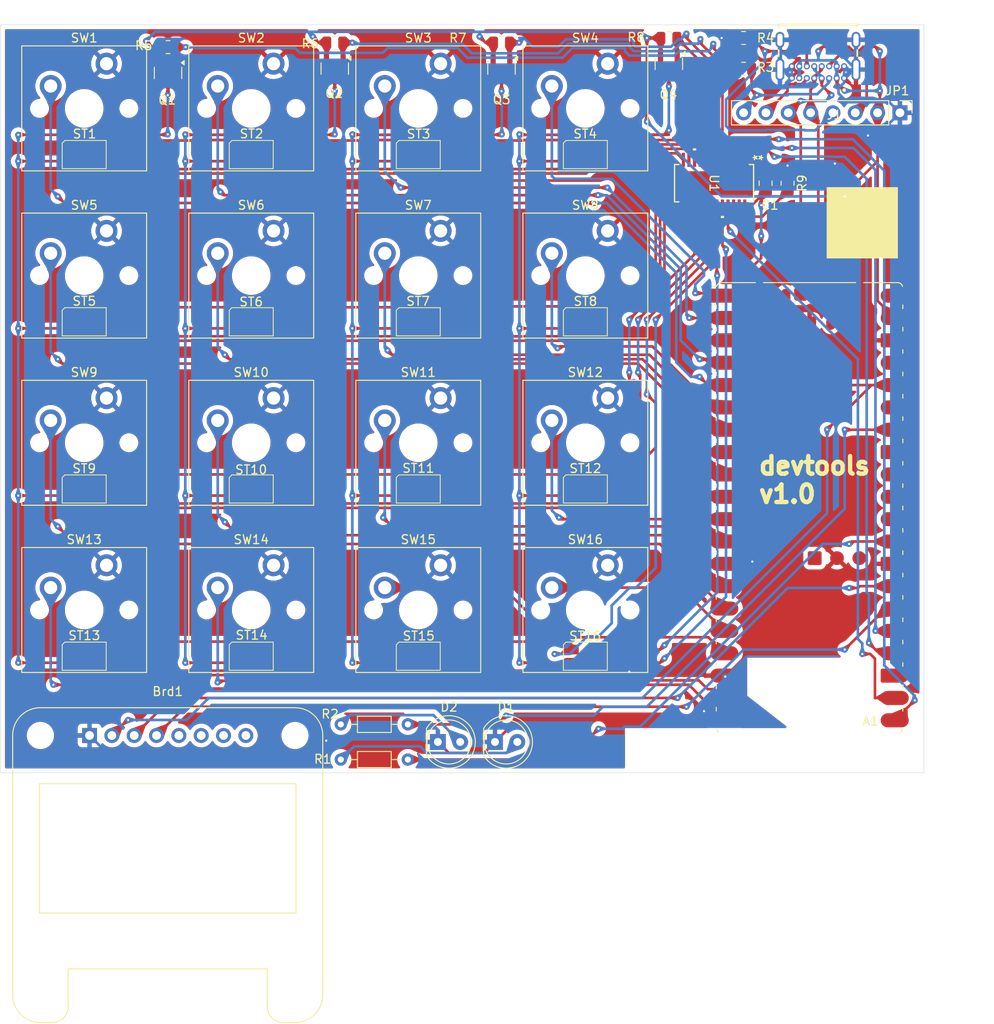
<source format=kicad_pcb>
(kicad_pcb (version 20241229) (generator "pcbnew") (generator_version "9.0")
  (layers (0 "F.Cu" signal) (2 "B.Cu" signal) (13 "F.Paste" user) (15 "B.Paste" user) (5 "F.SilkS" user "F.Silkscreen") (7 "B.SilkS" user "B.Silkscreen") (1 "F.Mask" user) (3 "B.Mask" user) (25 "Edge.Cuts" user))
  (net 0 "")
  (net 1 "/GPIO2")
  (net 3 "/GPIO10")
  (net 5 "/GPIO14")
  (net 6 "/SCREEN_SDA")
  (net 7 "/GPIO12")
  (net 8 "/GPIO7")
  (net 9 "/GPIO11")
  (net 11 "/GPIO1")
  (net 13 "/3V3")
  (net 14 "/GPIO9")
  (net 15 "/GPIO5")
  (net 16 "GND")
  (net 17 "/GPIO13")
  (net 23 "/GPIO0")
  (net 24 "/GPIO3")
  (net 26 "/SCREEN_SCL")
  (net 27 "/GPIO6")
  (net 28 "/GPIO4")
  (net 29 "/GPIO15")
  (net 30 "/GPIO8")
  (net 31 "Net-(D1-A)")
  (net 32 "Net-(D2-A)")
  (net 33 "/GPIO22")
  (net 34 "/GPIO28")
  (net 35 "/LED BLANK")
  (net 36 "/LED SCLK")
  (net 37 "/LED LAT")
  (net 39 "/LED SIN")
  (net 40 "/D+")
  (net 41 "/D-")
  (net 42 "/VBUS")
  (net 43 "Net-(Q1-D)")
  (net 44 "Net-(Q2-D)")
  (net 45 "Net-(Q3-D)")
  (net 46 "Net-(Q4-D)")
  (net 47 "Net-(ST1-BK)")
  (net 48 "Net-(ST1-GK)")
  (net 49 "Net-(ST1-RK)")
  (net 50 "Net-(ST5-RK)")
  (net 51 "Net-(ST5-BK)")
  (net 52 "Net-(ST5-GK)")
  (net 53 "Net-(ST10-RK)")
  (net 54 "Net-(ST10-BK)")
  (net 55 "Net-(ST10-GK)")
  (net 56 "Net-(ST13-GK)")
  (net 57 "Net-(ST13-BK)")
  (net 58 "Net-(ST13-RK)")
  (net 59 "/CC2")
  (net 60 "/SBU2")
  (net 61 "/CC1")
  (net 62 "/SBU1")
  (net 63 "+3.3V")
  (net 64 "Net-(Q1-G)")
  (net 65 "Net-(Q2-G)")
  (net 66 "Net-(Q3-G)")
  (net 67 "Net-(Q4-G)")
  (net 68 "Net-(U1-IREF)")
  (footprint "Connector_PinHeader_2.54mm:PinHeader_1x08_P2.54mm_Vertical" (layer "F.Cu") (at 130.78 38.5 -90)
    (property "Reference" "JP1")
    (property "Value" "HEADER-1X876MIL")
  )
  (footprint "Switch_Keyboard_Cherry_MX:SW_Cherry_MX_PCB_1.00u" (layer "F.Cu") (at 57 38)
    (property "Reference" "SW2")
    (property "Value" "SW_SPST")
  )
  (footprint "LED_SMD:LED_Avago_PLCC4_3.2x2.8mm_CW" (layer "F.Cu") (at 57 62.25)
    (property "Reference" "ST6")
    (property "Value" "ASMB-MTB1-0A3A2")
  )
  (footprint "Switch_Keyboard_Cherry_MX:SW_Cherry_MX_PCB_1.00u" (layer "F.Cu") (at 57 57)
    (property "Reference" "SW6")
    (property "Value" "SW_SPST")
  )
  (footprint "Package_TO_SOT_SMD:SOT-23" (layer "F.Cu") (at 47.5375 33.975 -90)
    (property "Reference" "Q1")
    (property "Value" "IRLML6401" (hide yes))
  )
  (footprint "LED_SMD:LED_Avago_PLCC4_3.2x2.8mm_CW" (layer "F.Cu") (at 95 100.25)
    (property "Reference" "ST16")
    (property "Value" "ASMB-MTB1-0A3A2")
  )
  (footprint "LED_SMD:LED_Avago_PLCC4_3.2x2.8mm_CW" (layer "F.Cu") (at 76 43.25)
    (property "Reference" "ST3")
    (property "Value" "ASMB-MTB1-0A3A2")
  )
  (footprint "Switch_Keyboard_Cherry_MX:SW_Cherry_MX_PCB_1.00u" (layer "F.Cu") (at 95 38)
    (property "Reference" "SW4")
    (property "Value" "SW_SPST")
  )
  (footprint "LED_SMD:LED_Avago_PLCC4_3.2x2.8mm_CW" (layer "F.Cu") (at 38 62.25)
    (property "Reference" "ST5")
    (property "Value" "ASMB-MTB1-0A3A2")
  )
  (footprint "Switch_Keyboard_Cherry_MX:SW_Cherry_MX_PCB_1.00u" (layer "F.Cu") (at 76 57)
    (property "Reference" "SW7")
    (property "Value" "SW_SPST")
  )
  (footprint "LED_SMD:LED_Avago_PLCC4_3.2x2.8mm_CW" (layer "F.Cu") (at 57 43.25)
    (property "Reference" "ST2")
    (property "Value" "ASMB-MTB1-0A3A2")
  )
  (footprint "Resistor_SMD:R_0805_2012Metric" (layer "F.Cu") (at 47.5375 31.0375)
    (property "Reference" "R5")
    (property "Value" "300")
  )
  (footprint "Switch_Keyboard_Cherry_MX:SW_Cherry_MX_PCB_1.00u" (layer "F.Cu") (at 76 76)
    (property "Reference" "SW11")
    (property "Value" "SW_SPST")
  )
  (footprint "LED_SMD:LED_Avago_PLCC4_3.2x2.8mm_CW" (layer "F.Cu") (at 95 62.25)
    (property "Reference" "ST8")
    (property "Value" "ASMB-MTB1-0A3A2")
  )
  (footprint "Switch_Keyboard_Cherry_MX:SW_Cherry_MX_PCB_1.00u" (layer "F.Cu") (at 76 95)
    (property "Reference" "SW15")
    (property "Value" "SW_SPST")
  )
  (footprint "Resistor_SMD:R_0805_2012Metric" (layer "F.Cu") (at 104.5 30)
    (property "Reference" "R8")
    (property "Value" "300")
  )
  (footprint "Resistor_SMD:R_0805_2012Metric" (layer "F.Cu") (at 118 46.5 -90)
    (property "Reference" "R9")
    (property "Value" "2.2 K")
  )
  (footprint "Display:Adafruit_SSD1306" (layer "F.Cu") (at 38.61 109.265)
    (property "Reference" "Brd1")
    (property "Value" "SSD1306")
  )
  (footprint "Switch_Keyboard_Cherry_MX:SW_Cherry_MX_PCB_1.00u" (layer "F.Cu") (at 38 76)
    (property "Reference" "SW9")
    (property "Value" "SW_SPST")
  )
  (footprint "Package_TO_SOT_SMD:SOT-23" (layer "F.Cu") (at 66.5 33.475 -90)
    (property "Reference" "Q2")
    (property "Value" "IRLML6401" (hide yes))
  )
  (footprint "LED_THT:LED_D5.0mm_Clear" (layer "F.Cu") (at 78.225 110)
    (property "Reference" "D2")
    (property "Value" "LED")
  )
  (footprint "LED_SMD:LED_Avago_PLCC4_3.2x2.8mm_CW" (layer "F.Cu") (at 38 81.25)
    (property "Reference" "ST9")
    (property "Value" "ASMB-MTB1-0A3A2")
  )
  (footprint "USB4085-GF-A_REVB:GCT_USB4085-GF-A_REVB" (layer "F.Cu") (at 121.459798 30.207735 180)
    (property "Reference" "J1")
    (property "Value" "USB-C")
  )
  (footprint "LED_SMD:LED_Avago_PLCC4_3.2x2.8mm_CW" (layer "F.Cu") (at 57 100.25)
    (property "Reference" "ST14")
    (property "Value" "ASMB-MTB1-0A3A2")
  )
  (footprint "LED_THT:LED_D5.0mm_Clear" (layer "F.Cu") (at 84.725 110)
    (property "Reference" "D1")
    (property "Value" "LED")
  )
  (footprint "Switch_Keyboard_Cherry_MX:SW_Cherry_MX_PCB_1.00u" (layer "F.Cu") (at 95 57)
    (property "Reference" "SW8")
    (property "Value" "SW_SPST")
  )
  (footprint "Switch_Keyboard_Cherry_MX:SW_Cherry_MX_PCB_1.00u" (layer "F.Cu") (at 38 57)
    (property "Reference" "SW5")
    (property "Value" "SW_SPST")
  )
  (footprint "LED_SMD:LED_Avago_PLCC4_3.2x2.8mm_CW" (layer "F.Cu") (at 38 43.25)
    (property "Reference" "ST1")
    (property "Value" "ASMB-MTB1-0A3A2")
  )
  (footprint "LED_SMD:LED_Avago_PLCC4_3.2x2.8mm_CW" (layer "F.Cu") (at 57 81.25)
    (property "Reference" "ST10")
    (property "Value" "ASMB-MTB1-0A3A2")
  )
  (footprint "Package_TO_SOT_SMD:SOT-23" (layer "F.Cu") (at 104.5 32.9375 -90)
    (property "Reference" "Q4")
    (property "Value" "IRLML6401" (hide yes))
  )
  (footprint "LED_SMD:LED_Avago_PLCC4_3.2x2.8mm_CW" (layer "F.Cu") (at 95 81.25)
    (property "Reference" "ST12")
    (property "Value" "ASMB-MTB1-0A3A2")
  )
  (footprint "Module:RaspberryPi_Pico_W_SMD" (layer "F.Cu") (at 120.5 83.41)
    (property "Reference" "A1")
    (property "Value" "RaspberryPi_Pico_W")
  )
  (footprint "Resistor_SMD:R_0805_2012Metric" (layer "F.Cu") (at 85.4625 30.5375)
    (property "Reference" "R7")
    (property "Value" "300")
  )
  (footprint "LED_SMD:LED_Avago_PLCC4_3.2x2.8mm_CW" (layer "F.Cu") (at 38 100.25)
    (property "Reference" "ST13")
    (property "Value" "ASMB-MTB1-0A3A2")
  )
  (footprint "LED_SMD:LED_Avago_PLCC4_3.2x2.8mm_CW" (layer "F.Cu") (at 95 43.25)
    (property "Reference" "ST4")
    (property "Value" "ASMB-MTB1-0A3A2")
  )
  (footprint "Package_TO_SOT_SMD:SOT-23" (layer "F.Cu") (at 85.4625 33.475 -90)
    (property "Reference" "Q3")
    (property "Value" "IRLML6401" (hide yes))
  )
  (footprint "LED_SMD:LED_Avago_PLCC4_3.2x2.8mm_CW" (layer "F.Cu") (at 76 81.25)
    (property "Reference" "ST11")
    (property "Value" "ASMB-MTB1-0A3A2")
  )
  (footprint "Resistor_THT:R_Axial_DIN0204_L3.6mm_D1.6mm_P7.62mm_Horizontal" (layer "F.Cu") (at 67.19 112)
    (property "Reference" "R1")
    (property "Value" "220 OHM")
  )
  (footprint "Switch_Keyboard_Cherry_MX:SW_Cherry_MX_PCB_1.00u" (layer "F.Cu") (at 38 95)
    (property "Reference" "SW13")
    (property "Value" "SW_SPST")
  )
  (footprint "Resistor_THT:R_Axial_DIN0204_L3.6mm_D1.6mm_P7.62mm_Horizontal" (layer "F.Cu") (at 67.19 108)
    (property "Reference" "R2")
    (property "Value" "220 OHM")
  )
  (footprint "Resistor_SMD:R_0805_2012Metric" (layer "F.Cu") (at 113 33.5)
    (property "Reference" "R3")
    (property "Value" "5.1K")
  )
  (footprint "Resistor_SMD:R_0805_2012Metric" (layer "F.Cu") (at 113 30)
    (property "Reference" "R4")
    (property "Value" "5.1K")
  )
  (footprint "Switch_Keyboard_Cherry_MX:SW_Cherry_MX_PCB_1.00u" (layer "F.Cu") (at 76 38)
    (property "Reference" "SW3")
    (property "Value" "SW_SPST")
  )
  (footprint "Switch_Keyboard_Cherry_MX:SW_Cherry_MX_PCB_1.00u" (layer "F.Cu") (at 95 76)
    (property "Reference" "SW12")
    (property "Value" "SW_SPST")
  )
  (footprint "Resistor_SMD:R_0805_2012Metric" (layer "F.Cu") (at 66.5 30.5375)
    (property "Reference" "R6")
    (property "Value" "300")
  )
  (footprint "LED_SMD:LED_Avago_PLCC4_3.2x2.8mm_CW" (layer "F.Cu") (at 76 100.25)
    (property "Reference" "ST15")
    (property "Value" "ASMB-MTB1-0A3A2")
  )
  (footprint "LED_SMD:LED_Avago_PLCC4_3.2x2.8mm_CW" (layer "F.Cu") (at 76 62.25)
    (property "Reference" "ST7")
    (property "Value" "ASMB-MTB1-0A3A2")
  )
  (footprint "Switch_Keyboard_Cherry_MX:SW_Cherry_MX_PCB_1.00u" (layer "F.Cu") (at 57 95)
    (property "Reference" "SW14")
    (property "Value" "SW_SPST")
  )
  (footprint "Capacitor_SMD:C_0805_2012Metric" (layer "F.Cu") (at 115.5 46.5 -90)
    (property "Reference" "C1")
    (property "Value" "I dont know something big")
  )
  (footprint "Switch_Keyboard_Cherry_MX:SW_Cherry_MX_PCB_1.00u" (layer "F.Cu") (at 57 76)
    (property "Reference" "SW10")
    (property "Value" "SW_SPST")
  )
  (footprint "Switch_Keyboard_Cherry_MX:SW_Cherry_MX_PCB_1.00u" (layer "F.Cu") (at 95 95)
    (property "Reference" "SW16")
    (property "Value" "SW_SPST")
  )
  (footprint "TLC59283DBQ:DBQ24_TEX" (layer "F.Cu") (at 109.6425 46.5 -90)
    (property "Reference" "U1")
    (property "Value" "TLC59283DBQ")
  )
  (footprint "Switch_Keyboard_Cherry_MX:SW_Cherry_MX_PCB_1.00u" (layer "F.Cu") (at 38 38)
    (property "Reference" "SW1")
    (property "Value" "SW_SPST")
  )
  (gr_rect (start 122.5 47) (end 130.5 55) (stroke (width 0.1)) (fill yes) (layer "F.SilkS"))
  (gr_line (start 133.5 28.5) (end 28.5 28.5) (stroke (width 0.05)) (layer "Edge.Cuts"))
  (gr_line (start 28.5 28.5) (end 28.5 113.5) (stroke (width 0.05)) (layer "Edge.Cuts"))
  (gr_line (start 133.5 113.5) (end 133.5 28.5) (stroke (width 0.05)) (layer "Edge.Cuts"))
  (gr_line (start 28.5 113.5) (end 133.5 113.5) (stroke (width 0.05)) (layer "Edge.Cuts"))
  (gr_text "devtools\nv1.0" (at 114.5 83 0) (layer "F.SilkS") (effects (font (size 2 2) (thickness 0.5) (bold yes)) (justify left bottom)))
  (segment (start 53.859621 47.859621) (end 53.5 47.5) (width 0.3) (layer "F.Cu") (net 1))
  (segment (start 108 66.5) (end 110.41 66.5) (width 0.3) (layer "F.Cu") (net 1))
  (segment (start 96.442265 47.859621) (end 53.859621 47.859621) (width 0.3) (layer "F.Cu") (net 1))
  (segment (start 110.41 66.5) (end 110.81 66.9) (width 0.3) (layer "F.Cu") (net 1))
  (via (at 96.442265 47.859621) (size 0.7) (drill 0.25) (layers "F.Cu" "B.Cu") (net 1))
  (via (at 53.5 47.5) (size 0.7) (drill 0.25) (layers "F.Cu" "B.Cu") (net 1))
  (via (at 108 66.5) (size 0.7) (drill 0.25) (layers "F.Cu" "B.Cu") (net 1))
  (segment (start 53.19 47.19) (end 53.5 47.5) (width 0.3) (layer "B.Cu") (net 1))
  (segment (start 105.849 64.349) (end 108 66.5) (width 0.3) (layer "B.Cu") (net 1))
  (segment (start 96.442265 47.859621) (end 97.440382 47.859621) (width 0.3) (layer "B.Cu") (net 1))
  (segment (start 97.440382 47.859621) (end 105.849 56.268239) (width 0.3) (layer "B.Cu") (net 1))
  (segment (start 53.19 35.46) (end 53.19 47.19) (width 0.3) (layer "B.Cu") (net 1))
  (segment (start 105.849 56.268239) (end 105.849 64.349) (width 0.3) (layer "B.Cu") (net 1))
  (segment (start 55.5 86.5) (end 105.01 86.5) (width 0.3) (layer "F.Cu") (net 3))
  (segment (start 105.01 86.5) (end 110.81 92.3) (width 0.3) (layer "F.Cu") (net 3))
  (segment (start 54 85) (end 55.5 86.5) (width 0.3) (layer "F.Cu") (net 3))
  (via (at 54 85) (size 0.7) (drill 0.25) (layers "F.Cu" "B.Cu") (net 3))
  (segment (start 53.19 73.46) (end 53.19 84.19) (width 0.3) (layer "B.Cu") (net 3))
  (segment (start 53.19 84.19) (end 54 85) (width 0.3) (layer "B.Cu") (net 3))
  (segment (start 54.948 103.052) (end 55 103) (width 0.3) (layer "F.Cu") (net 5))
  (segment (start 53.344313 103.052) (end 54.948 103.052) (width 0.3) (layer "F.Cu") (net 5))
  (segment (start 55 103) (end 107.905 103) (width 0.3) (layer "F.Cu") (net 5))
  (segment (start 108.905 104) (end 109.81 104) (width 0.3) (layer "F.Cu") (net 5))
  (segment (start 53.164036 103.232277) (end 53.344313 103.052) (width 0.3) (layer "F.Cu") (net 5))
  (segment (start 109.81 104) (end 110.81 105) (width 0.3) (layer "F.Cu") (net 5))
  (segment (start 107.905 103) (end 108.905 104) (width 0.3) (layer "F.Cu") (net 5))
  (via (at 53.164036 103.232277) (size 0.7) (drill 0.25) (layers "F.Cu" "B.Cu") (net 5))
  (segment (start 53.19 103.206313) (end 53.19 92.46) (width 0.3) (layer "B.Cu") (net 5))
  (segment (start 53.164036 103.232277) (end 53.19 103.206313) (width 0.3) (layer "B.Cu") (net 5))
  (segment (start 129.16 94.84) (end 124.5 99.5) (width 0.3) (layer "F.Cu") (net 6))
  (segment (start 130.19 94.84) (end 129.16 94.84) (width 0.3) (layer "F.Cu") (net 6))
  (segment (start 49.495 106) (end 46.23 109.265) (width 0.3) (layer "F.Cu") (net 6))
  (segment (start 106.5 106) (end 49.495 106) (width 0.3) (layer "F.Cu") (net 6))
  (via (at 106.5 106) (size 0.7) (drill 0.25) (layers "F.Cu" "B.Cu") (net 6))
  (via (at 124.5 99.5) (size 0.7) (drill 0.25) (layers "F.Cu" "B.Cu") (net 6))
  (segment (start 113 99.5) (end 106.5 106) (width 0.3) (layer "B.Cu") (net 6))
  (segment (start 124.5 99.5) (end 113 99.5) (width 0.3) (layer "B.Cu") (net 6))
  (segment (start 105.89 92.46) (end 110.81 97.38) (width 0.3) (layer "F.Cu") (net 7))
  (segment (start 91.19 92.46) (end 105.89 92.46) (width 0.3) (layer "F.Cu") (net 7))
  (segment (start 105.5 71.5) (end 105.5 78.5) (width 0.3) (layer "F.Cu") (net 8))
  (segment (start 101.002 67.002) (end 105.5 71.5) (width 0.3) (layer "F.Cu") (net 8))
  (segment (start 109.14 82.14) (end 110.81 82.14) (width 0.3) (layer "F.Cu") (net 8))
  (segment (start 35 66.5) (end 35.502 67.002) (width 0.3) (layer "F.Cu") (net 8))
  (segment (start 105.5 78.5) (end 109.14 82.14) (width 0.3) (layer "F.Cu") (net 8))
  (segment (start 35.502 67.002) (end 101.002 67.002) (width 0.3) (layer "F.Cu") (net 8))
  (via (at 35 66.5) (size 0.7) (drill 0.25) (layers "F.Cu" "B.Cu") (net 8))
  (segment (start 34.19 54.46) (end 34.19 65.69) (width 0.3) (layer "B.Cu") (net 8))
  (segment (start 34.19 65.69) (end 35 66.5) (width 0.3) (layer "B.Cu") (net 8))
  (segment (start 35 85.5) (end 37 87.5) (width 0.3) (layer "F.Cu") (net 9))
  (segment (start 37 87.5) (end 103.47 87.5) (width 0.3) (layer "F.Cu") (net 9))
  (segment (start 103.47 87.5) (end 110.81 94.84) (width 0.3) (layer "F.Cu") (net 9))
  (via (at 35 85.5) (size 0.7) (drill 0.25) (layers "F.Cu" "B.Cu") (net 9))
  (segment (start 34.19 73.46) (end 34.19 84.69) (width 0.3) (layer "B.Cu") (net 9))
  (segment (start 34.19 84.69) (end 35 85.5) (width 0.3) (layer "B.Cu") (net 9))
  (segment (start 74 47) (end 97.5 47) (width 0.3) (layer "F.Cu") (net 11))
  (segment (start 106.82 61.82) (end 110.81 61.82) (width 0.3) (layer "F.Cu") (net 11))
  (via (at 97.5 47) (size 0.7) (drill 0.25) (layers "F.Cu" "B.Cu") (net 11))
  (via (at 74 47) (size 0.7) (drill 0.25) (layers "F.Cu" "B.Cu") (net 11))
  (via (at 106.82 61.82) (size 0.7) (drill 0.25) (layers "F.Cu" "B.Cu") (net 11))
  (segment (start 106.5 61.5) (end 106.5 56) (width 0.3) (layer "B.Cu") (net 11))
  (segment (start 72.19 35.46) (end 72.19 45.19) (width 0.3) (layer "B.Cu") (net 11))
  (segment (start 106.82 61.82) (end 106.5 61.5) (width 0.3) (layer "B.Cu") (net 11))
  (segment (start 72.19 45.19) (end 74 47) (width 0.3) (layer "B.Cu") (net 11))
  (segment (start 106.5 56) (end 97.5 47) (width 0.3) (layer "B.Cu") (net 11))
  (segment (start 115 55) (end 115 52.5) (width 0.3) (layer "F.Cu") (net 13))
  (segment (start 130.19 69.44) (end 127.56 69.44) (width 0.3) (layer "F.Cu") (net 13))
  (segment (start 127.56 69.44) (end 122.5 74.5) (width 0.3) (layer "F.Cu") (net 13))
  (segment (start 113.7957 49.1543) (end 115.5 47.45) (width 0.3) (layer "F.Cu") (net 13))
  (segment (start 127.56 69.44) (end 123.404832 69.44) (width 0.3) (layer "F.Cu") (net 13))
  (segment (start 123.404832 69.44) (end 113.5 59.535168) (width 0.3) (layer "F.Cu") (net 13))
  (segment (start 115 47.95) (end 115.5 47.45) (width 0.3) (layer "F.Cu") (net 13))
  (segment (start 113.5 56.5) (end 115 55) (width 0.3) (layer "F.Cu") (net 13))
  (segment (start 113.135 49.1543) (end 113.7957 49.1543) (width 0.3) (layer "F.Cu") (net 13))
  (segment (start 113.5 59.535168) (end 113.5 56.5) (width 0.3) (layer "F.Cu") (net 13))
  (segment (start 42.915 107.5) (end 41.15 109.265) (width 0.3) (layer "F.Cu") (net 13))
  (segment (start 115 49) (end 115 47.95) (width 0.3) (layer "F.Cu") (net 13))
  (segment (start 43 107.5) (end 42.915 107.5) (width 0.3) (layer "F.Cu") (net 13))
  (via (at 43 107.5) (size 0.7) (drill 0.25) (layers "F.Cu" "B.Cu") (net 13))
  (via (at 115 52.5) (size 0.7) (drill 0.25) (layers "F.Cu" "B.Cu") (net 13))
  (via (at 115 49) (size 0.7) (drill 0.25) (layers "F.Cu" "B.Cu") (net 13))
  (via (at 122.5 74.5) (size 0.7) (drill 0.25) (layers "F.Cu" "B.Cu") (net 13))
  (segment (start 101.5 105) (end 52.162654 105) (width 0.3) (layer "B.Cu") (net 13))
  (segment (start 52.162654 105) (end 49.662654 107.5) (width 0.3) (layer "B.Cu") (net 13))
  (segment (start 115 52.5) (end 115 49) (width 0.3) (layer "B.Cu") (net 13))
  (segment (start 122.5 84) (end 101.5 105) (width 0.3) (layer "B.Cu") (net 13))
  (segment (start 122.5 74.5) (end 122.5 84) (width 0.3) (layer "B.Cu") (net 13))
  (segment (start 49.662654 107.5) (end 43 107.5) (width 0.3) (layer "B.Cu") (net 13))
  (segment (start 109.09 85.5) (end 110.81 87.22) (width 0.3) (layer "F.Cu") (net 14))
  (segment (start 72 84.5) (end 73 85.5) (width 0.3) (layer "F.Cu") (net 14))
  (segment (start 73 85.5) (end 109.09 85.5) (width 0.3) (layer "F.Cu") (net 14))
  (via (at 72 84.5) (size 0.7) (drill 0.25) (layers "F.Cu" "B.Cu") (net 14))
  (segment (start 72.19 84.31) (end 72 84.5) (width 0.3) (layer "B.Cu") (net 14))
  (segment (start 72.19 73.46) (end 72.19 84.31) (width 0.3) (layer "B.Cu") (net 14))
  (segment (start 73 66) (end 102.29 66) (width 0.3) (layer "F.Cu") (net 15))
  (segment (start 102.29 66) (end 110.81 74.52) (width 0.3) (layer "F.Cu") (net 15))
  (segment (start 72.5 65.5) (end 73 66) (width 0.3) (layer "F.Cu") (net 15))
  (via (at 72.5 65.5) (size 0.7) (drill 0.25) (layers "F.Cu" "B.Cu") (net 15))
  (segment (start 72.19 54.46) (end 72.19 65.19) (width 0.3) (layer "B.Cu") (net 15))
  (segment (start 72.19 65.19) (end 72.5 65.5) (width 0.3) (layer "B.Cu") (net 15))
  (segment (start 114 99.48995) (end 110.919975 102.569975) (width 0.3) (layer "F.Cu") (net 16))
  (segment (start 118 44.5) (end 118 45.5875) (width 0.3) (layer "F.Cu") (net 16))
  (segment (start 65.68 110) (end 65.53 109.85) (width 0.3) (layer "F.Cu") (net 16))
  (segment (start 117.134798 30.207735) (end 125.784798 30.207735) (width 0.3) (layer "F.Cu") (net 16))
  (segment (start 101.96 102.46) (end 101.5 102) (width 0.3) (layer "F.Cu") (net 16))
  (segment (start 123.38 44.27) (end 126.57 41.08) (width 0.3) (layer "F.Cu") (net 16))
  (segment (start 107 107) (end 107.5 106.5) (width 0.3) (layer "F.Cu") (net 16))
  (segment (start 126.57 41.08) (end 127.15 41.08) (width 0.3) (layer "F.Cu") (net 16))
  (segment (start 96.5 107) (end 107 107) (width 0.3) (layer "F.Cu") (net 16))
  (segment (start 107.5 106.5) (end 108 106.5) (width 0.3) (layer "F.Cu") (net 16))
  (segment (start 118 45.5875) (end 115.5375 45.5875) (width 0.3) (layer "F.Cu") (net 16))
  (segment (start 79.476 111.251) (end 78.225 110) (width 0.3) (layer "F.Cu") (net 16))
  (segment (start 84.725 110) (end 87.725 107) (width 0.3) (layer "F.Cu") (net 16))
  (segment (start 110.81 102.46) (end 101.96 102.46) (width 0.3) (layer "F.Cu") (net 16))
  (segment (start 114 89.5) (end 114 99.48995) (width 0.3) (layer "F.Cu") (net 16))
  (segment (start 115.5 45.55) (end 113.7957 43.8457) (width 0.3) (layer "F.Cu") (net 16))
  (segment (start 110.5 30) (end 112.0875 30) (width 0.3) (layer "F.Cu") (net 16))
  (segment (start 115.5375 45.5875) (end 115.5 45.55) (width 0.3) (layer "F.Cu") (net 16))
  (segment (start 83.474 111.251) (end 79.476 111.251) (width 0.3) (layer "F.Cu") (net 16))
  (segment (start 113.7957 43.8457) (end 113.135 43.8457) (width 0.3) (layer "F.Cu") (net 16))
  (segment (start 87.725 107) (end 96.5 107) (width 0.3) (layer "F.Cu") (net 16))
  (segment (start 101.5 102) (end 100 102) (width 0.3) (layer "F.Cu") (net 16))
  (segment (start 78.225 110) (end 65.68 110) (width 0.3) (layer "F.Cu") (net 16))
  (segment (start 108 106.5) (end 108.5 106.5) (width 0.3) (layer "F.Cu") (net 16))
  (segment (start 84.725 110) (end 83.474 111.251) (width 0.3) (layer "F.Cu") (net 16))
  (via (at 114 89.5) (size 0.7) (drill 0.25) (layers "F.Cu" "B.Cu") (net 16))
  (via (at 110.919975 102.569975) (size 0.7) (drill 0.25) (layers "F.Cu" "B.Cu") (net 16))
  (via (at 65.53 109.85) (size 0.7) (drill 0.25) (layers "F.Cu" "B.Cu") (net 16))
  (via (at 127.15 41.08) (size 0.7) (drill 0.25) (layers "F.Cu" "B.Cu") (net 16))
  (via (at 123.38 44.27) (size 0.7) (drill 0.25) (layers "F.Cu" "B.Cu") (net 16))
  (via (at 110.5 30) (size 0.7) (drill 0.25) (layers "F.Cu" "B.Cu") (net 16))
  (via (at 108.5 106.5) (size 0.7) (drill 0.25) (layers "F.Cu" "B.Cu") (net 16))
  (via (at 100 102) (size 0.7) (drill 0.25) (layers "F.Cu" "B.Cu") (net 16))
  (via (at 118 44.5) (size 0.7) (drill 0.25) (layers "F.Cu" "B.Cu") (net 16))
  (segment (start 117.134798 30.207735) (end 110.707735 30.207735) (width 0.3) (layer "B.Cu") (net 16))
  (segment (start 101.299 39.209636) (end 101.299 43.307636) (width 0.3) (layer "B.Cu") (net 16))
  (segment (start 101.709636 38.799) (end 101.299 39.209636) (width 0.3) (layer "B.Cu") (net 16))
  (segment (start 117.134798 33.587735) (end 117.504798 33.587735) (width 0.3) (layer "B.Cu") (net 16))
  (segment (start 122.404798 30.207735) (end 117.134798 30.207735) (width 0.3) (layer "B.Cu") (net 16))
  (segment (start 117.134798 33.587735) (end 118.114798 33.587735) (width 0.3) (layer "B.Cu") (net 16))
  (segment (start 125.784798 33.587735) (end 122.404798 30.207735) (width 0.3) (layer "B.Cu") (net 16))
  (segment (start 125.414798 33.587735) (end 124.434798 34.567735) (width 0.3) (layer "B.Cu") (net 16))
  (segment (start 125.784798 33.587735) (end 125.414798 33.587735) (width 0.3) (layer "B.Cu") (net 16))
  (segment (start 100 102) (end 98.5 102) (width 0.3) (layer "B.Cu") (net 16))
  (segment (start 128.2 41.08) (end 130.78 38.5) (width 0.3) (layer "B.Cu") (net 16))
  (segment (start 124.807636 37.299) (end 129.579 37.299) (width 0.3) (layer "B.Cu") (net 16))
  (segment (start 118.114798 33.587735) (end 118.484798 33.217735) (width 0.3) (layer "B.Cu") (net 16))
  (segment (start 123.09 43.98) (end 123.38 44.27) (width 0.3) (layer "B.Cu") (net 16))
  (segment (start 130.78 30.78) (end 130.78 38.5) (width 0.3) (layer "B.Cu") (net 16))
  (segment (start 127.15 41.08) (end 128.2 41.08) (width 0.3) (layer "B.Cu") (net 16))
  (segment (start 108.5 106.5) (end 110.919975 104.080025) (width 0.3) (layer "B.Cu") (net 16))
  (segment (start 104.209636 34.799) (end 101.709636 37.299) (width 0.3) (layer "B.Cu") (net 16))
  (segment (start 40.845 111.5) (end 63.88 111.5) (width 0.3) (layer "B.Cu") (net 16))
  (segment (start 118.484798 33.217735) (end 118.484798 34.567735) (width 0.3) (layer "B.Cu") (net 16))
  (segment (start 101.299 43.307636) (end 114 56.008636) (width 0.3) (layer "B.Cu") (net 16))
  (segment (start 110.5 30) (end 110.5 31) (width 0.3) (layer "B.Cu") (net 16))
  (segment (start 101.709636 37.299) (end 101.709636 38.799) (width 0.3) (layer "B.Cu") (net 16))
  (segment (start 124.434798 33.217735) (end 124.434798 34.567735) (width 0.3) (layer "B.Cu") (net 16))
  (segment (start 63.88 111.5) (end 65.53 109.85) (width 0.3) (layer "B.Cu") (net 16))
  (segment (start 118 44.5) (end 118.52 43.98) (width 0.3) (layer "B.Cu") (net 16))
  (segment (start 110.919975 104.080025) (end 110.919975 102.569975) (width 0.3) (layer "B.Cu") (net 16))
  (segment (start 114 56.008636) (end 114 89.5) (width 0.3) (layer "B.Cu") (net 16))
  (segment (start 125.784798 30.207735) (end 130.207735 30.207735) (width 0.3) (layer "B.Cu") (net 16))
  (segment (start 123.799 35.709636) (end 123.799 36.290364) (width 0.3) (layer "B.Cu") (net 16))
  (segment (start 130.207735 30.207735) (end 130.78 30.78) (width 0.3) (layer "B.Cu") (net 16))
  (segment (start 124.804798 33.587735) (end 124.434798 33.217735) (width 0.3) (layer "B.Cu") (net 16))
  (segment (start 110.707735 30.207735) (end 110.5 30) (width 0.3) (layer "B.Cu") (net 16))
  (segment (start 123.799 36.290364) (end 124.807636 37.299) (width 0.3) (layer "B.Cu") (net 16))
  (segment (start 124.434798 34.567735) (end 124.434798 35.073838) (width 0.3) (layer "B.Cu") (net 16))
  (segment (start 117.504798 33.587735) (end 118.484798 34.567735) (width 0.3) (layer "B.Cu") (net 16))
  (segment (start 124.434798 35.073838) (end 123.799 35.709636) (width 0.3) (layer "B.Cu") (net 16))
  (segment (start 117.134798 30.207735) (end 117.134798 33.587735) (width 0.3) (layer "B.Cu") (net 16))
  (segment (start 110.5 31) (end 106.701 34.799) (width 0.3) (layer "B.Cu") (net 16))
  (segment (start 118.52 43.98) (end 123.09 43.98) (width 0.3) (layer "B.Cu") (net 16))
  (segment (start 38.61 109.265) (end 40.845 111.5) (width 0.3) (layer "B.Cu") (net 16))
  (segment (start 129.579 37.299) (end 130.78 38.5) (width 0.3) (layer "B.Cu") (net 16))
  (segment (start 125.784798 33.587735) (end 124.804798 33.587735) (width 0.3) (layer "B.Cu") (net 16))
  (segment (start 106.701 34.799) (end 104.209636 34.799) (width 0.3) (layer "B.Cu") (net 16))
  (segment (start 125.784798 30.207735) (end 125.784798 33.587735) (width 0.3) (layer "B.Cu") (net 16))
  (segment (start 110.81 99.92) (end 108.988 98.098) (width 0.3) (layer "F.Cu") (net 17))
  (segment (start 85.749412 92.563238) (end 85.749412 92.46) (width 0.3) (layer "F.Cu") (net 17))
  (segment (start 91.284174 98.098) (end 85.749412 92.563238) (width 0.3) (layer "F.Cu") (net 17))
  (segment (start 108.988 98.098) (end 91.284174 98.098) (width 0.3) (layer "F.Cu") (net 17))
  (segment (start 85.749412 92.46) (end 72.19 92.46) (width 0.3) (layer "F.Cu") (net 17))
  (segment (start 107.5 59) (end 108.5 59) (width 0.3) (layer "F.Cu") (net 23))
  (segment (start 108.5 59) (end 108.78 59.28) (width 0.3) (layer "F.Cu") (net 23))
  (segment (start 108.78 59.28) (end 110.81 59.28) (width 0.3) (layer "F.Cu") (net 23))
  (via (at 107.5 59) (size 0.7) (drill 0.25) (layers "F.Cu" "B.Cu") (net 23))
  (segment (start 108.5 56.5) (end 108.5 57) (width 0.3) (layer "B.Cu") (net 23))
  (segment (start 98 46) (end 108.5 56.5) (width 0.3) (layer "B.Cu") (net 23))
  (segment (start 91.19 45.69) (end 91.5 46) (width 0.3) (layer "B.Cu") (net 23))
  (segment (start 91.5 46) (end 98 46) (width 0.3) (layer "B.Cu") (net 23))
  (segment (start 107.5 58) (end 107.5 59) (width 0.3) (layer "B.Cu") (net 23))
  (segment (start 108.5 57) (end 107.5 58) (width 0.3) (layer "B.Cu") (net 23))
  (segment (start 91.19 35.46) (end 91.19 45.69) (width 0.3) (layer "B.Cu") (net 23))
  (segment (start 108 68.5) (end 109 69.5) (width 0.3) (layer "F.Cu") (net 24))
  (segment (start 96 48.754599) (end 35.754599 48.754599) (width 0.3) (layer "F.Cu") (net 24))
  (segment (start 110.75 69.5) (end 110.81 69.44) (width 0.3) (layer "F.Cu") (net 24))
  (segment (start 35.754599 48.754599) (end 35 48) (width 0.3) (layer "F.Cu") (net 24))
  (segment (start 109 69.5) (end 110.75 69.5) (width 0.3) (layer "F.Cu") (net 24))
  (via (at 108 68.5) (size 0.7) (drill 0.25) (layers "F.Cu" "B.Cu") (net 24))
  (via (at 35 48) (size 0.7) (drill 0.25) (layers "F.Cu" "B.Cu") (net 24))
  (via (at 96 48.754599) (size 0.7) (drill 0.25) (layers "F.Cu" "B.Cu") (net 24))
  (segment (start 108 68.5) (end 107 68.5) (width 0.3) (layer "B.Cu") (net 24))
  (segment (start 107 68.5) (end 105.348 66.848) (width 0.3) (layer "B.Cu") (net 24))
  (segment (start 34.19 35.46) (end 34.19 47.19) (width 0.3) (layer "B.Cu") (net 24))
  (segment (start 105.348 66.848) (end 105.348 56.686479) (width 0.3) (layer "B.Cu") (net 24))
  (segment (start 34.19 47.19) (end 35 48) (width 0.3) (layer "B.Cu") (net 24))
  (segment (start 105.348 56.686479) (end 97.41612 48.754599) (width 0.3) (layer "B.Cu") (net 24))
  (segment (start 97.41612 48.754599) (end 96 48.754599) (width 0.3) (layer "B.Cu") (net 24))
  (segment (start 126.2 92.3) (end 130.19 92.3) (width 0.3) (layer "F.Cu") (net 26))
  (segment (start 47.955 105) (end 105.5 105) (width 0.3) (layer "F.Cu") (net 26))
  (segment (start 126 92.5) (end 126.2 92.3) (width 0.3) (layer "F.Cu") (net 26))
  (segment (start 43.69 109.265) (end 47.955 105) (width 0.3) (layer "F.Cu") (net 26))
  (segment (start 125 92.5) (end 126 92.5) (width 0.3) (layer "F.Cu") (net 26))
  (via (at 125 92.5) (size 0.7) (drill 0.25) (layers "F.Cu" "B.Cu") (net 26))
  (via (at 105.5 105) (size 0.7) (drill 0.25) (layers "F.Cu" "B.Cu") (net 26))
  (segment (start 118 92.5) (end 125 92.5) (width 0.3) (layer "B.Cu") (net 26))
  (segment (start 105.5 105) (end 118 92.5) (width 0.3) (layer "B.Cu") (net 26))
  (segment (start 106.5 75.29) (end 110.81 79.6) (width 0.3) (layer "F.Cu") (net 27))
  (segment (start 101.501 66.501) (end 106.5 71.5) (width 0.3) (layer "F.Cu") (net 27))
  (segment (start 54 66) (end 54.501 66.501) (width 0.3) (layer "F.Cu") (net 27))
  (segment (start 54.501 66.501) (end 101.501 66.501) (width 0.3) (layer "F.Cu") (net 27))
  (segment (start 106.5 71.5) (end 106.5 75.29) (width 0.3) (layer "F.Cu") (net 27))
  (via (at 54 66) (size 0.7) (drill 0.25) (layers "F.Cu" "B.Cu") (net 27))
  (segment (start 53.19 65.19) (end 54 66) (width 0.3) (layer "B.Cu") (net 27))
  (segment (start 53.19 54.46) (end 53.19 65.19) (width 0.3) (layer "B.Cu") (net 27))
  (segment (start 102.631346 65.052) (end 109.559346 71.98) (width 0.3) (layer "F.Cu") (net 28))
  (segment (start 92.041427 65.052) (end 102.631346 65.052) (width 0.3) (layer "F.Cu") (net 28))
  (segment (start 109.559346 71.98) (end 110.81 71.98) (width 0.3) (layer "F.Cu") (net 28))
  (segment (start 91.836611 65.256816) (end 92.041427 65.052) (width 0.3) (layer "F.Cu") (net 28))
  (via (at 91.836611 65.256816) (size 0.7) (drill 0.25) (layers "F.Cu" "B.Cu") (net 28))
  (segment (start 91.704816 65.256816) (end 91.19 64.742) (width 0.3) (layer "B.Cu") (net 28))
  (segment (start 91.836611 65.256816) (end 91.704816 65.256816) (width 0.3) (layer "B.Cu") (net 28))
  (segment (start 91.19 64.742) (end 91.19 54.46) (width 0.3) (layer "B.Cu") (net 28))
  (segment (start 34.5 103.5) (end 51.5 103.5) (width 0.3) (layer "F.Cu") (net 29))
  (segment (start 51.5 103.5) (end 51.933277 103.933277) (width 0.3) (layer "F.Cu") (net 29))
  (segment (start 51.933277 103.933277) (end 55.567723 103.933277) (width 0.3) (layer "F.Cu") (net 29))
  (segment (start 56 103.501) (end 106.771 103.501) (width 0.3) (layer "F.Cu") (net 29))
  (segment (start 55.567723 103.933277) (end 56 103.501) (width 0.3) (layer "F.Cu") (net 29))
  (segment (start 106.771 103.501) (end 110.81 107.54) (width 0.3) (layer "F.Cu") (net 29))
  (via (at 34.5 103.5) (size 0.7) (drill 0.25) (layers "F.Cu" "B.Cu") (net 29))
  (segment (start 34.5 103.5) (end 34.19 103.19) (width 0.3) (layer "B.Cu") (net 29))
  (segment (start 34.19 103.19) (end 34.19 92.46) (width 0.3) (layer "B.Cu") (net 29))
  (segment (start 92 84.5) (end 92 84.552) (width 0.3) (layer "F.Cu") (net 30))
  (segment (start 92 84.552) (end 92.128 84.68) (width 0.3) (layer "F.Cu") (net 30))
  (segment (start 92.128 84.68) (end 110.81 84.68) (width 0.3) (layer "F.Cu") (net 30))
  (via (at 92 84.5) (size 0.7) (drill 0.25) (layers "F.Cu" "B.Cu") (net 30))
  (segment (start 91.19 83.69) (end 91.19 73.46) (width 0.3) (layer "B.Cu") (net 30))
  (segment (start 92 84.5) (end 91.19 83.69) (width 0.3) (layer "B.Cu") (net 30))
  (segment (start 76.223 110.5) (end 76.974 111.251) (width 0.3) (layer "B.Cu") (net 31))
  (segment (start 76.974 111.251) (end 86.014 111.251) (width 0.3) (layer "B.Cu") (net 31))
  (segment (start 86.014 111.251) (end 87.265 110) (width 0.3) (layer "B.Cu") (net 31))
  (segment (start 67.19 112) (end 68.69 110.5) (width 0.3) (layer "B.Cu") (net 31))
  (segment (start 68.69 110.5) (end 76.223 110.5) (width 0.3) (layer "B.Cu") (net 31))
  (segment (start 68.241 106.949) (end 77.714 106.949) (width 0.3) (layer "B.Cu") (net 32))
  (segment (start 67.19 108) (end 68.241 106.949) (width 0.3) (layer "B.Cu") (net 32))
  (segment (start 77.714 106.949) (end 80.765 110) (width 0.3) (layer "B.Cu") (net 32))
  (segment (start 93 112) (end 74.81 112) (width 0.3) (layer "F.Cu") (net 33))
  (segment (start 96.5 108.5) (end 93 112) (width 0.3) (layer "F.Cu") (net 33))
  (segment (start 130.19 87.22) (end 125.28 87.22) (width 0.3) (layer "F.Cu") (net 33))
  (segment (start 125.28 87.22) (end 125 87.5) (width 0.3) (layer "F.Cu") (net 33))
  (via (at 96.5 108.5) (size 0.7) (drill 0.25) (layers "F.Cu" "B.Cu") (net 33))
  (via (at 125 87.5) (size 0.7) (drill 0.25) (layers "F.Cu" "B.Cu") (net 33))
  (segment (start 99.437454 108.259) (end 101.241 108.259) (width 0.3) (layer "B.Cu") (net 33))
  (segment (start 122 87.5) (end 125 87.5) (width 0.3) (layer "B.Cu") (net 33))
  (segment (start 101.241 108.259) (end 122 87.5) (width 0.3) (layer "B.Cu") (net 33))
  (segment (start 99.349 108.5) (end 99.349 108.347454) (width 0.3) (layer "B.Cu") (net 33))
  (segment (start 96.5 108.5) (end 99.349 108.5) (width 0.3) (layer "B.Cu") (net 33))
  (segment (start 99.349 108.347454) (end 99.437454 108.259) (width 0.3) (layer "B.Cu") (net 33))
  (segment (start 124.5 74.5) (end 124.52 74.52) (width 0.3) (layer "F.Cu") (net 34))
  (segment (start 124.52 74.52) (end 130.19 74.52) (width 0.3) (layer "F.Cu") (net 34))
  (segment (start 85 108) (end 86 107) (width 0.3) (layer "F.Cu") (net 34))
  (segment (start 74.81 108) (end 85 108) (width 0.3) (layer "F.Cu") (net 34))
  (via (at 86 107) (size 0.7) (drill 0.25) (layers "F.Cu" "B.Cu") (net 34))
  (via (at 124.5 74.5) (size 0.7) (drill 0.25) (layers "F.Cu" "B.Cu") (net 34))
  (segment (start 124.5 83.5) (end 124.5 74.5) (width 0.3) (layer "B.Cu") (net 34))
  (segment (start 97 106) (end 102 106) (width 0.3) (layer "B.Cu") (net 34))
  (segment (start 96 107) (end 97 106) (width 0.3) (layer "B.Cu") (net 34))
  (segment (start 102 106) (end 124.5 83.5) (width 0.3) (layer "B.Cu") (net 34))
  (segment (start 86 107) (end 96 107) (width 0.3) (layer "B.Cu") (net 34))
  (segment (start 111.5 52) (end 111.23 51.73) (width 0.3) (layer "F.Cu") (net 35))
  (segment (start 127.938557 100.535011) (end 127.938557 105) (width 0.3) (layer "F.Cu") (net 35))
  (segment (start 111.23 51.73) (end 111.23 49.1543) (width 0.3) (layer "F.Cu") (net 35))
  (segment (start 127.938557 105) (end 130.19 105) (width 0.3) (layer "F.Cu") (net 35))
  (segment (start 126.5 100) (end 127.403546 100) (width 0.3) (layer "F.Cu") (net 35))
  (segment (start 127.403546 100) (end 127.938557 100.535011) (width 0.3) (layer "F.Cu") (net 35))
  (via (at 126.5 100) (size 0.7) (drill 0.25) (layers "F.Cu" "B.Cu") (net 35))
  (via (at 111.5 52) (size 0.7) (drill 0.25) (layers "F.Cu" "B.Cu") (net 35))
  (segment (start 111.5 52) (end 126 66.5) (width 0.3) (layer "B.Cu") (net 35))
  (segment (start 126 98.304) (end 126.5 98.804) (width 0.3) (layer "B.Cu") (net 35))
  (segment (start 126 66.5) (end 126 98.304) (width 0.3) (layer "B.Cu") (net 35))
  (segment (start 126.5 98.804) (end 126.5 100) (width 0.3) (layer "B.Cu") (net 35))
  (segment (start 116.20852 42.5) (end 115.90212 42.1936) (width 0.3) (layer "F.Cu") (net 36))
  (segment (start 112.092279 42.5) (end 112 42.5) (width 0.3) (layer "F.Cu") (net 36))
  (segment (start 128 97.38) (end 130.19 97.38) (width 0.3) (layer "F.Cu") (net 36))
  (segment (start 118.5 42.5) (end 116.20852 42.5) (width 0.3) (layer "F.Cu") (net 36))
  (segment (start 115.90212 42.1936) (end 112.39868 42.1936) (width 0.3) (layer "F.Cu") (net 36))
  (segment (start 112.39868 42.1936) (end 112.092279 42.5) (width 0.3) (layer "F.Cu") (net 36))
  (segment (start 111.865 42.635) (end 111.865 43.8457) (width 0.3) (layer "F.Cu") (net 36))
  (segment (start 112 42.5) (end 111.865 42.635) (width 0.3) (layer "F.Cu") (net 36))
  (via (at 128 97.38) (size 0.7) (drill 0.25) (layers "F.Cu" "B.Cu") (net 36))
  (via (at 118.5 42.5) (size 0.7) (drill 0.25) (layers "F.Cu" "B.Cu") (net 36))
  (segment (start 118.5 42.5) (end 125.5 42.5) (width 0.3) (layer "B.Cu") (net 36))
  (segment (start 125.5 42.5) (end 128 45) (width 0.3) (layer "B.Cu") (net 36))
  (segment (start 128 45) (end 128 97.38) (width 0.3) (layer "B.Cu") (net 36))
  (segment (start 132.465 105.265) (end 130.19 107.54) (width 0.3) (layer "F.Cu") (net 37))
  (segment (start 117 41.5) (end 111.9878 41.5) (width 0.3) (layer "F.Cu") (net 37))
  (segment (start 111.23 42.2578) (end 111.23 43.8457) (width 0.3) (layer "F.Cu") (net 37))
  (segment (start 111.9878 41.5) (end 111.23 42.2578) (width 0.3) (layer "F.Cu") (net 37))
  (via (at 132.465 105.265) (size 0.7) (drill 0.25) (layers "F.Cu" "B.Cu") (net 37))
  (via (at 117 41.5) (size 0.7) (drill 0.25) (layers "F.Cu" "B.Cu") (net 37))
  (segment (start 129 101.3) (end 129 45.079346) (width 0.3) (layer "B.Cu") (net 37))
  (segment (start 125.420654 41.5) (end 117 41.5) (width 0.3) (layer "B.Cu") (net 37))
  (segment (start 132.465 105.265) (end 132.465 104.765) (width 0.3) (layer "B.Cu") (net 37))
  (segment (start 129 45.079346) (end 125.420654 41.5) (width 0.3) (layer "B.Cu") (net 37))
  (segment (start 132.465 104.765) (end 129 101.3) (width 0.3) (layer "B.Cu") (net 37))
  (segment (start 115.6946 42.6946) (end 112.6062 42.6946) (width 0.3) (layer "F.Cu") (net 39))
  (segment (start 127.25 98.75) (end 128.42 99.92) (width 0.3) (layer "F.Cu") (net 39))
  (segment (start 112.6062 42.6946) (end 112.5 42.8008) (width 0.3) (layer "F.Cu") (net 39))
  (segment (start 112.5 42.8008) (end 112.5 43.8457) (width 0.3) (layer "F.Cu") (net 39))
  (segment (start 128.42 99.92) (end 130.19 99.92) (width 0.3) (layer "F.Cu") (net 39))
  (segment (start 116.5 43.5) (end 115.6946 42.6946) (width 0.3) (layer "F.Cu") (net 39))
  (via (at 116.5 43.5) (size 0.7) (drill 0.25) (layers "F.Cu" "B.Cu") (net 39))
  (via (at 127.25 98.75) (size 0.7) (drill 0.25) (layers "F.Cu" "B.Cu") (net 39))
  (segment (start 127 46) (end 127 93) (width 0.3) (layer "B.Cu") (net 39))
  (segment (start 124.5 43.5) (end 127 46) (width 0.3) (layer "B.Cu") (net 39))
  (segment (start 123.31852 43.5) (end 124.5 43.5) (width 0.3) (layer "B.Cu") (net 39))
  (segment (start 118.31248 43.479) (end 123.297521 43.479) (width 0.3) (layer "B.Cu") (net 39))
  (segment (start 116.5 43.5) (end 118.291479 43.5) (width 0.3) (layer "B.Cu") (net 39))
  (segment (start 123.297521 43.479) (end 123.31852 43.5) (width 0.3) (layer "B.Cu") (net 39))
  (segment (start 118.291479 43.5) (end 118.31248 43.479) (width 0.3) (layer "B.Cu") (net 39))
  (segment (start 127.25 93.25) (end 127.25 98.75) (width 0.3) (layer "B.Cu") (net 39))
  (segment (start 127 93) (end 127.25 93.25) (width 0.3) (layer "B.Cu") (net 39))
  (segment (start 119.5 39.92) (end 118.08 38.5) (width 0.3) (layer "F.Cu") (net 40))
  (segment (start 118.15 38.5) (end 119.5 37.15) (width 0.3) (layer "F.Cu") (net 40))
  (segment (start 118.08 38.5) (end 118.15 38.5) (width 0.3) (layer "F.Cu") (net 40))
  (segment (start 121.884798 35.384798) (end 121.884798 34.567735) (width 0.3) (layer "F.Cu") (net 40))
  (segment (start 119.5 59.11) (end 119.5 39.92) (width 0.3) (layer "F.Cu") (net 40))
  (segment (start 123 36.5) (end 121.884798 35.384798) (width 0.3) (layer "F.Cu") (net 40))
  (via (at 123 36.5) (size 0.7) (drill 0.25) (layers "F.Cu" "B.Cu") (net 40))
  (via (at 119.5 37.15) (size 0.7) (drill 0.25) (layers "F.Cu" "B.Cu") (net 40))
  (segment (start 121.884798 34.461726) (end 121.884798 34.567735) (width 0.3) (layer "B.Cu") (net 40))
  (segment (start 121.034798 33.217735) (end 121.034798 33.611726) (width 0.3) (layer "B.Cu") (net 40))
  (segment (start 122.35 37.15) (end 123 36.5) (width 0.3) (layer "B.Cu") (net 40))
  (segment (start 119.5 37.15) (end 122.35 37.15) (width 0.3) (layer "B.Cu") (net 40))
  (segment (start 121.034798 33.611726) (end 121.884798 34.461726) (width 0.3) (layer "B.Cu") (net 40))
  (segment (start 121.884798 33.217735) (end 121.884798 33.611726) (width 0.3) (layer "F.Cu") (net 41))
  (segment (start 121.034798 35.465202) (end 120.62 35.88) (width 0.3) (layer "F.Cu") (net 41))
  (segment (start 121.034798 34.461726) (end 121.034798 34.567735) (width 0.3) (layer "F.Cu") (net 41))
  (segment (start 121.884798 33.611726) (end 121.034798 34.461726) (width 0.3) (layer "F.Cu") (net 41))
  (segment (start 121.5 39.38) (end 120.62 38.5) (width 0.3) (layer "F.Cu") (net 41))
  (segment (start 120.62 35.88) (end 120.62 38.5) (width 0.3) (layer "F.Cu") (net 41))
  (segment (start 121.034798 34.567735) (end 121.034798 35.465202) (width 0.3) (layer "F.Cu") (net 41))
  (segment (start 121.5 59.11) (end 121.5 39.38) (width 0.3) (layer "F.Cu") (net 41))
  (segment (start 46.625 31.0375) (end 46.625 33) (width 0.3) (layer "F.Cu") (net 42))
  (segment (start 128.24 44) (end 128.24 59.87) (width 0.3) (layer "F.Cu") (net 42))
  (segment (start 128.5 36) (end 128.5 38.24) (width 0.3) (layer "F.Cu") (net 42))
  (segment (start 46.625 33) (end 46.5875 33.0375) (width 0.3) (layer "F.Cu") (net 42))
  (segment (start 84.55 30.5375) (end 84.55 32.5) (width 0.3) (layer "F.Cu") (net 42))
  (segment (start 126.137294 31.458735) (end 126.596029 31) (width 0.3) (layer "F.Cu") (net 42))
  (segment (start 125.432302 31.458735) (end 126.137294 31.458735) (width 0.3) (layer "F.Cu") (net 42))
  (segment (start 102 30) (end 102 39.5) (width 0.3) (layer "F.Cu") (net 42))
  (segment (start 103.5875 31.9625) (end 103.55 32) (width 0.3) (layer "F.Cu") (net 42))
  (segment (start 46.625 31.0375) (end 45.7375 31.0375) (width 0.3) (layer "F.Cu") (net 42))
  (segment (start 128 31) (end 128.5 31.5) (width 0.3) (layer "F.Cu") (net 42))
  (segment (start 128.5 38.24) (end 128.24 38.5) (width 0.3) (layer "F.Cu") (net 42))
  (segment (start 65.5875 30.5375) (end 64.7 30.5375) (width 0.3) (layer "F.Cu") (net 42))
  (segment (start 128.24 38.5) (end 128.24 44) (width 0.3) (layer "F.Cu") (net 42))
  (segment (start 124.973567 31) (end 125.432302 31.458735) (width 0.3) (layer "F.Cu") (net 42))
  (segment (start 123.584798 35.084798) (end 124.5 36) (width 0.3) (layer "F.Cu") (net 42))
  (segment (start 121.5 31.5) (end 122 31) (width 0.3) (layer "F.Cu") (net 42))
  (segment (start 103.5875 30) (end 103.5875 31.9625) (width 0.3) (layer "F.Cu") (net 42))
  (segment (start 84.55 32.5) (end 84.5125 32.5375) (width 0.3) (layer "F.Cu") (net 42))
  (segment (start 124.5 48) (end 124.5 47.74) (width 0.3) (layer "F.Cu") (net 42))
  (segment (start 122 31) (end 124.973567 31) (width 0.3) (layer "F.Cu") (net 42))
  (segment (start 126.596029 31) (end 128 31) (width 0.3) (layer "F.Cu") (net 42))
  (segment (start 128.24 59.87) (end 130.19 61.82) (width 0.3) (layer "F.Cu") (net 42))
  (segment (start 124.5 47.74) (end 128.24 44) (width 0.3) (layer "F.Cu") (net 42))
  (segment (start 83.6625 30.5375) (end 82.9625 29.8375) (width 0.3) (layer "F.Cu") (net 42))
  (segment (start 65.5875 30.5375) (end 65.5875 32.5) (width 0.3) (layer "F.Cu") (net 42))
  (segment (start 64.7 30.5375) (end 64 29.8375) (width 0.3) (layer "F.Cu") (net 42))
  (segment (start 84.55 30.5375) (end 83.6625 30.5375) (width 0.3) (layer "F.Cu") (net 42))
  (segment (start 65.5875 32.5) (end 65.55 32.5375) (width 0.3) (layer "F.Cu") (net 42))
  (segment (start 102 30) (end 103.5875 30) (width 0.3) (layer "F.Cu") (net 42))
  (segment (start 123.584798 34.567735) (end 123.584798 35.084798) (width 0.3) (layer "F.Cu") (net 42))
  (segment (start 45.7375 31.0375) (end 45.0375 30.3375) (width 0.3) (layer "F.Cu") (net 42))
  (via (at 128.5 31.5) (size 0.7) (drill 0.25) (layers "F.Cu" "B.Cu") (net 42))
  (via (at 124.5 36) (size 0.7) (drill 0.25) (layers "F.Cu" "B.Cu") (net 42))
  (via (at 102 39.5) (size 0.7) (drill 0.25) (layers "F.Cu" "B.Cu") (net 42))
  (via (at 121.5 31.5) (size 0.7) (drill 0.25) (layers "F.Cu" "B.Cu") (net 42))
  (via (at 124.5 48) (size 0.7) (drill 0.25) (layers "F.Cu" "B.Cu") (net 42))
  (via (at 64 29.8375) (size 0.7) (drill 0.25) (layers "F.Cu" "B.Cu") (net 42))
  (via (at 45.0375 30.3375) (size 0.7) (drill 0.25) (layers "F.Cu" "B.Cu") (net 42))
  (via (at 82.9625 29.8375) (size 0.7) (drill 0.25) (layers "F.Cu" "B.Cu") (net 42))
  (via (at 128.5 36) (size 0.7) (drill 0.25) (layers "F.Cu" "B.Cu") (net 42))
  (via (at 102 30) (size 0.7) (drill 0.25) (layers "F.Cu" "B.Cu") (net 42))
  (segment (start 101.3 29.3) (end 83 29.3) (width 0.3) (layer "B.Cu") (net 42))
  (segment (start 83 29.3) (end 64 29.3) (width 0.3) (layer "B.Cu") (net 42))
  (segment (start 128.5 31.5) (end 128.5 36) (width 0.3) (layer "B.Cu") (net 42))
  (segment (start 46.075 29.3) (end 63 29.3) (width 0.3) (layer "B.Cu") (net 42))
  (segment (start 123.584798 33.217735) (end 123.584798 34.567735) (width 0.3) (layer "B.Cu") (net 42))
  (segment (start 121.5 32.541735) (end 121.5 31.5) (width 0.3) (layer "B.Cu") (net 42))
  (segment (start 119.334798 33.217735) (end 119.334798 34.567735) (width 0.3) (layer "B.Cu") (net 42))
  (segment (start 110.5 48) (end 124.5 48) (width 0.3) (layer "B.Cu") (net 42))
  (segment (start 46.075 29.3) (end 45.0375 30.3375) (width 0.3) (layer "B.Cu") (net 42))
  (segment (start 119.334798 33.217735) (end 119.334798 32.758116) (width 0.3) (layer "B.Cu") (net 42))
  (segment (start 119.551179 32.541735) (end 121.5 32.541735) (width 0.3) (layer "B.Cu") (net 42))
  (segment (start 63 29.3) (end 63.4625 29.3) (width 0.3) (layer "B.Cu") (net 42))
  (segment (start 102 30) (end 101.3 29.3) (width 0.3) (layer "B.Cu") (net 42))
  (segment (start 121.5 32.541735) (end 123.368417 32.541735) (width 0.3) (layer "B.Cu") (net 42))
  (segment (start 63.4625 29.3) (end 64 29.8375) (width 0.3) (layer "B.Cu") (net 42))
  (segment (start 102 39.5) (end 110.5 48) (width 0.3) (layer "B.Cu") (net 42))
  (segment (start 123.584798 32.758116) (end 123.584798 33.217735) (width 0.3) (layer "B.Cu") (net 42))
  (segment (start 83 29.8) (end 82.9625 29.8375) (width 0.3) (layer "B.Cu") (net 42))
  (segment (start 124.5 36) (end 128.5 36) (width 0.3) (layer "B.Cu") (net 42))
  (segment (start 64 29.3) (end 63 29.3) (width 0.3) (layer "B.Cu") (net 42))
  (segment (start 123.368417 32.541735) (end 123.584798 32.758116) (width 0.3) (layer "B.Cu") (net 42))
  (segment (start 83 29.3) (end 83 29.8) (width 0.3) (layer "B.Cu") (net 42))
  (segment (start 119.334798 32.758116) (end 119.551179 32.541735) (width 0.3) (layer "B.Cu") (net 42))
  (segment (start 36.5 63) (end 30.5 63) (width 0.3) (layer "F.Cu") (net 43))
  (segment (start 47.5375 36.4625) (end 47.5 36.5) (width 0.3) (layer "F.Cu") (net 43))
  (segment (start 36.5 44) (end 30.5 44) (width 0.3) (layer "F.Cu") (net 43))
  (segment (start 30.5 101) (end 36.5 101) (width 0.3) (layer "F.Cu") (net 43))
  (segment (start 47.5 41) (end 30.5 41) (width 0.3) (layer "F.Cu") (net 43))
  (segment (start 36.5 82) (end 30.5 82) (width 0.3) (layer "F.Cu") (net 43))
  (segment (start 47.5375 34.9125) (end 47.5375 36.4625) (width 0.3) (layer "F.Cu") (net 43))
  (via (at 30.5 82) (size 0.7) (drill 0.25) (layers "F.Cu" "B.Cu") (net 43))
  (via (at 30.5 41) (size 0.7) (drill 0.25) (layers "F.Cu" "B.Cu") (net 43))
  (via (at 47.5 40.949) (size 0.7) (drill 0.25) (layers "F.Cu" "B.Cu") (net 43))
  (via (at 30.5 63) (size 0.7) (drill 0.25) (layers "F.Cu" "B.Cu") (net 43))
  (via (at 30.5 101) (size 0.7) (drill 0.25) (layers "F.Cu" "B.Cu") (net 43))
  (via (at 30.5 44) (size 0.7) (drill 0.25) (layers "F.Cu" "B.Cu") (net 43))
  (via (at 47.5 36.5) (size 0.7) (drill 0.25) (layers "F.Cu" "B.Cu") (net 43))
  (segment (start 47.5 40.949) (end 47.5 36.5) (width 0.3) (layer "B.Cu") (net 43))
  (segment (start 30.5 44) (end 30.5 63) (width 0.3) (layer "B.Cu") (net 43))
  (segment (start 30.5 41) (end 30.5 44) (width 0.3) (layer "B.Cu") (net 43))
  (segment (start 30.5 82) (end 30.5 101) (width 0.3) (layer "B.Cu") (net 43))
  (segment (start 30.5 63) (end 30.5 82) (width 0.3) (layer "B.Cu") (net 43))
  (segment (start 55.5 82) (end 49.5 82) (width 0.3) (layer "F.Cu") (net 44))
  (segment (start 66.5 34.4125) (end 66.5 36.0375) (width 0.3) (layer "F.Cu") (net 44))
  (segment (start 49.551 41) (end 49.5 40.949) (width 0.3) (layer "F.Cu") (net 44))
  (segment (start 66.5 41) (end 49.551 41) (width 0.3) (layer "F.Cu") (net 44))
  (segment (start 55.5 63) (end 49.5 63) (width 0.3) (layer "F.Cu") (net 44))
  (segment (start 55.5 44) (end 49.5 44) (width 0.3) (layer "F.Cu") (net 44))
  (segment (start 49.5 101) (end 55.5 101) (width 0.3) (layer "F.Cu") (net 44))
  (via (at 49.5 44) (size 0.7) (drill 0.25) (layers "F.Cu" "B.Cu") (net 44))
  (via (at 66.5 40.949) (size 0.7) (drill 0.25) (layers "F.Cu" "B.Cu") (net 44))
  (via (at 49.5 40.949) (size 0.7) (drill 0.25) (layers "F.Cu" "B.Cu") (net 44))
  (via (at 49.5 101) (size 0.7) (drill 0.25) (layers "F.Cu" "B.Cu") (net 44))
  (via (at 66.5 36.0375) (size 0.7) (drill 0.25) (layers "F.Cu" "B.Cu") (net 44))
  (via (at 49.5 63) (size 0.7) (drill 0.25) (layers "F.Cu" "B.Cu") (net 44))
  (via (at 49.5 82) (size 0.7) (drill 0.25) (layers "F.Cu" "B.Cu") (net 44))
  (segment (start 49.5 44) (end 49.5 63) (width 0.3) (layer "B.Cu") (net 44))
  (segment (start 66.5 40.949) (end 66.5 36.0375) (width 0.3) (layer "B.Cu") (net 44))
  (segment (start 49.5 40.949) (end 49.5 44) (width 0.3) (layer "B.Cu") (net 44))
  (segment (start 49.5 82) (end 49.5 101) (width 0.3) (layer "B.Cu") (net 44))
  (segment (start 49.5 63) (end 49.5 82) (width 0.3) (layer "B.Cu") (net 44))
  (segment (start 85.4625 34.4125) (end 85.4625 36.0375) (width 0.3) (layer "F.Cu") (net 45))
  (segment (start 74.5 63) (end 68.5 63) (width 0.3) (layer "F.Cu") (net 45))
  (segment (start 85.5 41) (end 68.551 41) (width 0.3) (layer "F.Cu") (net 45))
  (segment (start 74.5 82) (end 68.5 82) (width 0.3) (layer "F.Cu") (net 45))
  (segment (start 68.551 41) (end 68.5 40.949) (width 0.3) (layer "F.Cu") (net 45))
  (segment (start 68.5 101) (end 74.5 101) (width 0.3) (layer "F.Cu") (net 45))
  (segment (start 74.5 44) (end 68.5 44) (width 0.3) (layer "F.Cu") (net 45))
  (via (at 68.5 63) (size 0.7) (drill 0.25) (layers "F.Cu" "B.Cu") (net 45))
  (via (at 68.5 82) (size 0.7) (drill 0.25) (layers "F.Cu" "B.Cu") (net 45))
  (via (at 85.4625 36.0375) (size 0.7) (drill 0.25) (layers "F.Cu" "B.Cu") (net 45))
  (via (at 68.5 44) (size 0.7) (drill 0.25) (layers "F.Cu" "B.Cu") (net 45))
  (via (at 68.5 40.949) (size 0.7) (drill 0.25) (layers "F.Cu" "B.Cu") (net 45))
  (via (at 68.5 101) (size 0.7) (drill 0.25) (layers "F.Cu" "B.Cu") (net 45))
  (via (at 85.5 40.949) (size 0.7) (drill 0.25) (layers "F.Cu" "B.Cu") (net 45))
  (segment (start 68.5 63) (end 68.5 82) (width 0.3) (layer "B.Cu") (net 45))
  (segment (start 85.5 40.949) (end 85.5 36.075) (width 0.3) (layer "B.Cu") (net 45))
  (segment (start 85.5 36.075) (end 85.4625 36.0375) (width 0.3) (layer "B.Cu") (net 45))
  (segment (start 68.5 44) (end 68.5 63) (width 0.3) (layer "B.Cu") (net 45))
  (segment (start 68.5 40.949) (end 68.5 44) (width 0.3) (layer "B.Cu") (net 45))
  (segment (start 68.5 82) (end 68.5 101) (width 0.3) (layer "B.Cu") (net 45))
  (segment (start 87.551 41) (end 87.5 40.949) (width 0.3) (layer "F.Cu") (net 46))
  (segment (start 93.5 44) (end 87.5 44) (width 0.3) (layer "F.Cu") (net 46))
  (segment (start 87.5 101) (end 93.5 101) (width 0.3) (layer "F.Cu") (net 46))
  (segment (start 102.5 41) (end 104 41) (width 0.3) (layer "F.Cu") (net 46))
  (segment (start 87.5 82) (end 93.5 82) (width 0.3) (layer "F.Cu") (net 46))
  (segment (start 104 41) (end 104.5 40.5) (width 0.3) (layer "F.Cu") (net 46))
  (segment (start 104.5 41) (end 102.5 41) (width 0.3) (layer "F.Cu") (net 46))
  (segment (start 102.5 41) (end 87.551 41) (width 0.3) (layer "F.Cu") (net 46))
  (segment (start 87.5 63) (end 93.5 63) (width 0.3) (layer "F.Cu") (net 46))
  (segment (start 104.5 33.875) (end 104.5 35.5) (width 0.3) (layer "F.Cu") (net 46))
  (via (at 87.5 82) (size 0.7) (drill 0.25) (layers "F.Cu" "B.Cu") (net 46))
  (via (at 87.5 40.949) (size 0.7) (drill 0.25) (layers "F.Cu" "B.Cu") (net 46))
  (via (at 87.5 101) (size 0.7) (drill 0.25) (layers "F.Cu" "B.Cu") (net 46))
  (via (at 87.5 63) (size 0.7) (drill 0.25) (layers "F.Cu" "B.Cu") (net 46))
  (via (at 87.5 44) (size 0.7) (drill 0.25) (layers "F.Cu" "B.Cu") (net 46))
  (via (at 104.5 40.5) (size 0.7) (drill 0.25) (layers "F.Cu" "B.Cu") (net 46))
  (via (at 104.5 35.5) (size 0.7) (drill 0.25) (layers "F.Cu" "B.Cu") (net 46))
  (segment (start 87.5 82) (end 87.5 101) (width 0.3) (layer "B.Cu") (net 46))
  (segment (start 87.5 44) (end 87.5 63) (width 0.3) (layer "B.Cu") (net 46))
  (segment (start 87.5 40.949) (end 87.5 44) (width 0.3) (layer "B.Cu") (net 46))
  (segment (start 104.5 35.5) (end 104.5 40.5) (width 0.3) (layer "B.Cu") (net 46))
  (segment (start 87.5 63) (end 87.5 82) (width 0.3) (layer "B.Cu") (net 46))
  (segment (start 57.098 45.402) (end 40.902 45.402) (width 0.3) (layer "F.Cu") (net 47))
  (segment (start 40.902 45.402) (end 39.5 44) (width 0.3) (layer "F.Cu") (net 47))
  (segment (start 59.902 45.402) (end 58.5 44) (width 0.3) (layer "F.Cu") (net 47))
  (segment (start 96.5 44) (end 95.098 45.402) (width 0.3) (layer "F.Cu") (net 47))
  (segment (start 76.098 45.402) (end 59.902 45.402) (width 0.3) (layer "F.Cu") (net 47))
  (segment (start 106.49336 42.601) (end 98.949 42.601) (width 0.3) (layer "F.Cu") (net 47))
  (segment (start 106.785 43.8457) (end 106.785 42.89264) (width 0.3) (layer "F.Cu") (net 47))
  (segment (start 106.785 42.89264) (end 106.49336 42.601) (width 0.3) (layer "F.Cu") (net 47))
  (segment (start 97.55 44) (end 96.5 44) (width 0.3) (layer "F.Cu") (net 47))
  (segment (start 98.949 42.601) (end 97.55 44) (width 0.3) (layer "F.Cu") (net 47))
  (segment (start 95.098 45.402) (end 78.902 45.402) (width 0.3) (layer "F.Cu") (net 47))
  (segment (start 78.902 45.402) (end 77.5 44) (width 0.3) (layer "F.Cu") (net 47))
  (segment (start 77.5 44) (end 76.098 45.402) (width 0.3) (layer "F.Cu") (net 47))
  (segment (start 58.5 44) (end 57.098 45.402) (width 0.3) (layer "F.Cu") (net 47))
  (segment (start 96.9 42.1) (end 96.5 42.5) (width 0.3) (layer "F.Cu") (net 48))
  (segment (start 94.601 43.399) (end 94.601 44.901) (width 0.3) (layer "F.Cu") (net 48))
  (segment (start 77.5 42.5) (end 76.45 42.5) (width 0.3) (layer "F.Cu") (net 48))
  (segment (start 76.45 42.5) (end 75.601 43.349) (width 0.3) (layer "F.Cu") (net 48))
  (segment (start 106.70088 42.1) (end 96.9 42.1) (width 0.3) (layer "F.Cu") (net 48))
  (segment (start 107.42 42.81912) (end 106.70088 42.1) (width 0.3) (layer "F.Cu") (net 48))
  (segment (start 81.401 44.901) (end 79 42.5) (width 0.3) (layer "F.Cu") (net 48))
  (segment (start 79 42.5) (end 77.5 42.5) (width 0.3) (layer "F.Cu") (net 48))
  (segment (start 107.42 43.8457) (end 107.42 42.81912) (width 0.3) (layer "F.Cu") (net 48))
  (segment (start 75.601 44.901) (end 61.403 44.901) (width 0.3) (layer "F.Cu") (net 48))
  (segment (start 75.601 43.349) (end 75.601 44.901) (width 0.3) (layer "F.Cu") (net 48))
  (segment (start 95.5 42.5) (end 94.601 43.399) (width 0.3) (layer "F.Cu") (net 48))
  (segment (start 42.403 44.901) (end 40.002 42.5) (width 0.3) (layer "F.Cu") (net 48))
  (segment (start 59.002 42.5) (end 58.5 42.5) (width 0.3) (layer "F.Cu") (net 48))
  (segment (start 58.5 42.5) (end 56.601 42.5) (width 0.3) (layer "F.Cu") (net 48))
  (segment (start 94.601 44.901) (end 81.401 44.901) (width 0.3) (layer "F.Cu") (net 48))
  (segment (start 56.601 42.5) (end 56.601 44.901) (width 0.3) (layer "F.Cu") (net 48))
  (segment (start 96.5 42.5) (end 95.5 42.5) (width 0.3) (layer "F.Cu") (net 48))
  (segment (start 56.601 44.901) (end 42.403 44.901) (width 0.3) (layer "F.Cu") (net 48))
  (segment (start 40.002 42.5) (end 39.5 42.5) (width 0.3) (layer "F.Cu") (net 48))
  (segment (start 61.403 44.901) (end 59.002 42.5) (width 0.3) (layer "F.Cu") (net 48))
  (segment (start 69.949 41.65) (end 70 41.599) (width 0.3) (layer "F.Cu") (net 49))
  (segment (start 46.5 41.599) (end 46.551 41.65) (width 0.3) (layer "F.Cu") (net 49))
  (segment (start 73.599 41.599) (end 70 41.599) (width 0.3) (layer "F.Cu") (net 49))
  (segment (start 37.401 41.599) (end 36.5 42.5) (width 0.3) (layer "F.Cu") (net 49))
  (segment (start 84.5 41.599) (end 84.551 41.65) (width 0.3) (layer "F.Cu") (net 49))
  (segment (start 54.599 41.599) (end 50.5 41.599) (width 0.3) (layer "F.Cu") (net 49))
  (segment (start 46.5 41.599) (end 37.401 41.599) (width 0.3) (layer "F.Cu") (net 49))
  (segment (start 65.5 41.599) (end 65.551 41.65) (width 0.3) (layer "F.Cu") (net 49))
  (segment (start 55.5 42.5) (end 54.599 41.599) (width 0.3) (layer "F.Cu") (net 49))
  (segment (start 75.401 41.599) (end 74.5 42.5) (width 0.3) (layer "F.Cu") (net 49))
  (segment (start 87.949 41.65) (end 88 41.599) (width 0.3) (layer "F.Cu") (net 49))
  (segment (start 92.599 41.599) (end 88 41.599) (width 0.3) (layer "F.Cu") (net 49))
  (segment (start 84.551 41.65) (end 87.949 41.65) (width 0.3) (layer "F.Cu") (net 49))
  (segment (start 65.5 41.599) (end 56.401 41.599) (width 0.3) (layer "F.Cu") (net 49))
  (segment (start 56.401 41.599) (end 55.5 42.5) (width 0.3) (layer "F.Cu") (net 49))
  (segment (start 74.5 42.5) (end 73.599 41.599) (width 0.3) (layer "F.Cu") (net 49))
  (segment (start 46.551 41.65) (end 50.449 41.65) (width 0.3) (layer "F.Cu") (net 49))
  (segment (start 106.9084 41.599) (end 94.401 41.599) (width 0.3) (layer "F.Cu") (net 49))
  (segment (start 84.5 41.599) (end 75.401 41.599) (width 0.3) (layer "F.Cu") (net 49))
  (segment (start 94.401 41.599) (end 93.5 42.5) (width 0.3) (layer "F.Cu") (net 49))
  (segment (start 50.449 41.65) (end 50.5 41.599) (width 0.3) (layer "F.Cu") (net 49))
  (segment (start 108.055 43.8457) (end 108.055 42.7456) (width 0.3) (layer "F.Cu") (net 49))
  (segment (start 108.055 42.7456) (end 106.9084 41.599) (width 0.3) (layer "F.Cu") (net 49))
  (segment (start 65.551 41.65) (end 69.949 41.65) (width 0.3) (layer "F.Cu") (net 49))
  (segment (start 93.5 42.5) (end 92.599 41.599) (width 0.3) (layer "F.Cu") (net 49))
  (segment (start 98.5 60.5) (end 94.5 60.5) (width 0.3) (layer "F.Cu") (net 50))
  (segment (start 54.599 60.599) (end 37.401 60.599) (width 0.3) (layer "F.Cu") (net 50))
  (segment (start 103 43.102) (end 103 56) (width 0.3) (layer "F.Cu") (net 50))
  (segment (start 105.4063 43.102) (end 103 43.102) (width 0.3) (layer "F.Cu") (net 50))
  (segment (start 92.5 60.5) (end 75.5 60.5) (width 0.3) (layer "F.Cu") (net 50))
  (segment (start 93.5 61.5) (end 92.5 60.5) (width 0.3) (layer "F.Cu") (net 50))
  (segment (start 103 56) (end 98.5 60.5) (width 0.3) (layer "F.Cu") (net 50))
  (segment (start 37.401 60.599) (end 36.5 61.5) (width 0.3) (layer "F.Cu") (net 50))
  (segment (start 73.599 60.599) (end 56.401 60.599) (width 0.3) (layer "F.Cu") (net 50))
  (segment (start 106.15 43.8457) (end 105.4063 43.102) (width 0.3) (layer "F.Cu") (net 50))
  (segment (start 94.5 60.5) (end 93.5 61.5) (width 0.3) (layer "F.Cu") (net 50))
  (segment (start 56.401 60.599) (end 55.5 61.5) (width 0.3) (layer "F.Cu") (net 50))
  (segment (start 74.5 61.5) (end 73.599 60.599) (width 0.3) (layer "F.Cu") (net 50))
  (segment (start 55.5 61.5) (end 54.599 60.599) (width 0.3) (layer "F.Cu") (net 50))
  (segment (start 75.5 60.5) (end 74.5 61.5) (width 0.3) (layer "F.Cu") (net 50))
  (segment (start 59.902 64.402) (end 58.5 63) (width 0.3) (layer "F.Cu") (net 51))
  (segment (start 106.785 50.2544) (end 106.0394 51) (width 0.3) (layer "F.Cu") (net 51))
  (segment (start 106.0394 51) (end 104 51) (width 0.3) (layer "F.Cu") (net 51))
  (segment (start 98 62.5) (end 97 62.5) (width 0.3) (layer "F.Cu") (net 51))
  (segment (start 76.098 64.402) (end 59.902 64.402) (width 0.3) (layer "F.Cu") (net 51))
  (segment (start 96.5 63) (end 95.098 64.402) (width 0.3) (layer "F.Cu") (net 51))
  (segment (start 58.5 63) (end 57.098 64.402) (width 0.3) (layer "F.Cu") (net 51))
  (segment (start 78.902 64.402) (end 77.5 63) (width 0.3) (layer "F.Cu") (net 51))
  (segment (start 97 62.5) (end 96.5 63) (width 0.3) (layer "F.Cu") (net 51))
  (segment (start 77.5 63) (end 76.098 64.402) (width 0.3) (layer "F.Cu") (net 51))
  (segment (start 104 56.5) (end 98 62.5) (width 0.3) (layer "F.Cu") (net 51))
  (segment (start 95.098 64.402) (end 78.902 64.402) (width 0.3) (layer "F.Cu") (net 51))
  (segment (start 104 51) (end 104 56.5) (width 0.3) (layer "F.Cu") (net 51))
  (segment (start 106.785 49.1543) (end 106.785 50.2544) (width 0.3) (layer "F.Cu") (net 51))
  (segment (start 40.902 64.402) (end 39.5 63) (width 0.3) (layer "F.Cu") (net 51))
  (segment (start 57.098 64.402) (end 40.902 64.402) (width 0.3) (layer "F.Cu") (net 51))
  (segment (start 98.20852 61.5) (end 96.5 61.5) (width 0.3) (layer "F.Cu") (net 52))
  (segment (start 80.403 63.901) (end 78.002 61.5) (width 0.3) (layer "F.Cu") (net 52))
  (segment (start 103.5 49.5) (end 103.5 56.20852) (width 0.3) (layer "F.Cu") (net 52))
  (segment (start 56.601 61.5) (end 56.601 63.901) (width 0.3) (layer "F.Cu") (net 52))
  (segment (start 95.45 61.5) (end 94.601 62.349) (width 0.3) (layer "F.Cu") (net 52))
  (segment (start 58.5 61.5) (end 56.601 61.5) (width 0.3) (layer "F.Cu") (net 52))
  (segment (start 78.002 61.5) (end 77.5 61.5) (width 0.3) (layer "F.Cu") (net 52))
  (segment (start 77.5 61.5) (end 75.601 61.5) (width 0.3) (layer "F.Cu") (net 52))
  (segment (start 103.5 56.20852) (end 98.20852 61.5) (width 0.3) (layer "F.Cu") (net 52))
  (segment (start 60.1 61.5) (end 58.5 61.5) (width 0.3) (layer "F.Cu") (net 52))
  (segment (start 42.901 63.901) (end 40.5 61.5) (width 0.3) (layer "F.Cu") (net 52))
  (segment (start 75.601 63.901) (end 62.501 63.901) (width 0.3) (layer "F.Cu") (net 52))
  (segment (start 103.8457 49.1543) (end 103.5 49.5) (width 0.3) (layer "F.Cu") (net 52))
  (segment (start 75.601 61.5) (end 75.601 63.901) (width 0.3) (layer "F.Cu") (net 52))
  (segment (start 94.601 62.349) (end 94.601 63.901) (width 0.3) (layer "F.Cu") (net 52))
  (segment (start 106.15 49.1543) (end 103.8457 49.1543) (width 0.3) (layer "F.Cu") (net 52))
  (segment (start 56.601 63.901) (end 42.901 63.901) (width 0.3) (layer "F.Cu") (net 52))
  (segment (start 94.601 63.901) (end 80.403 63.901) (width 0.3) (layer "F.Cu") (net 52))
  (segment (start 62.501 63.901) (end 60.1 61.5) (width 0.3) (layer "F.Cu") (net 52))
  (segment (start 40.5 61.5) (end 39.5 61.5) (width 0.3) (layer "F.Cu") (net 52))
  (segment (start 96.5 61.5) (end 95.45 61.5) (width 0.3) (layer "F.Cu") (net 52))
  (segment (start 55.5 80.5) (end 54.599 79.599) (width 0.3) (layer "F.Cu") (net 53))
  (segment (start 54.599 79.599) (end 37.401 79.599) (width 0.3) (layer "F.Cu") (net 53))
  (segment (start 73.599 79.599) (end 56.401 79.599) (width 0.3) (layer "F.Cu") (net 53))
  (segment (start 92.599 79.599) (end 75.401 79.599) (width 0.3) (layer "F.Cu") (net 53))
  (segment (start 97.974706 76.474706) (end 97.974706 74.025294) (width 0.3) (layer "F.Cu") (net 53))
  (segment (start 97.974706 76.474706) (end 93.949412 80.5) (width 0.3) (layer "F.Cu") (net 53))
  (segment (start 107.42 49.1543) (end 107.42 54.58) (width 0.3) (layer "F.Cu") (net 53))
  (segment (start 75.401 79.599) (end 74.5 80.5) (width 0.3) (layer "F.Cu") (net 53))
  (segment (start 107.42 54.58) (end 100 62) (width 0.3) (layer "F.Cu") (net 53))
  (segment (start 93.5 80.5) (end 92.599 79.599) (width 0.3) (layer "F.Cu") (net 53))
  (segment (start 100 68) (end 100 72) (width 0.3) (layer "F.Cu") (net 53))
  (segment (start 97.974706 74.025294) (end 100 72) (width 0.3) (layer "F.Cu") (net 53))
  (segment (start 56.401 79.599) (end 55.5 80.5) (width 0.3) (layer "F.Cu") (net 53))
  (segment (start 74.5 80.5) (end 73.599 79.599) (width 0.3) (layer "F.Cu") (net 53))
  (segment (start 93.949412 80.5) (end 93.5 80.5) (width 0.3) (layer "F.Cu") (net 53))
  (segment (start 37.401 79.599) (end 36.5 80.5) (width 0.3) (layer "F.Cu") (net 53))
  (via (at 100 62) (size 0.7) (drill 0.25) (layers "F.Cu" "B.Cu") (net 53))
  (via (at 100 68) (size 0.7) (drill 0.25) (layers "F.Cu" "B.Cu") (net 53))
  (segment (start 100 62) (end 100 68) (width 0.3) (layer "B.Cu") (net 53))
  (segment (start 58.5 82) (end 57.098 83.402) (width 0.3) (layer "F.Cu") (net 54))
  (segment (start 108.69 55.31) (end 102 62) (width 0.3) (layer "F.Cu") (net 54))
  (segment (start 102 70.5) (end 103 71.5) (width 0.3) (layer "F.Cu") (net 54))
  (segment (start 40.902 83.402) (end 39.5 82) (width 0.3) (layer "F.Cu") (net 54))
  (segment (start 95.098 83.402) (end 96.5 82) (width 0.3) (layer "F.Cu") (net 54))
  (segment (start 103 76.55) (end 97.55 82) (width 0.3) (layer "F.Cu") (net 54))
  (segment (start 103 71.5) (end 103 76.55) (width 0.3) (layer "F.Cu") (net 54))
  (segment (start 77.5 82) (end 78.902 83.402) (width 0.3) (layer "F.Cu") (net 54))
  (segment (start 97.55 82) (end 96.5 82) (width 0.3) (layer "F.Cu") (net 54))
  (segment (start 59.902 83.402) (end 76.098 83.402) (width 0.3) (layer "F.Cu") (net 54))
  (segment (start 57.098 83.402) (end 40.902 83.402) (width 0.3) (layer "F.Cu") (net 54))
  (segment (start 108.69 49.1543) (end 108.69 55.31) (width 0.3) (layer "F.Cu") (net 54))
  (segment (start 58.5 82) (end 59.902 83.402) (width 0.3) (layer "F.Cu") (net 54))
  (segment (start 78.902 83.402) (end 95.098 83.402) (width 0.3) (layer "F.Cu") (net 54))
  (segment (start 76.098 83.402) (end 77.5 82) (width 0.3) (layer "F.Cu") (net 54))
  (via (at 102 62) (size 0.7) (drill 0.25) (layers "F.Cu" "B.Cu") (net 54))
  (via (at 102 70.5) (size 0.7) (drill 0.25) (layers "F.Cu" "B.Cu") (net 54))
  (segment (start 102 70.5) (end 102 62) (width 0.3) (layer "B.Cu") (net 54))
  (segment (start 78.002 80.5) (end 77.5 80.5) (width 0.3) (layer "F.Cu") (net 55))
  (segment (start 96.5 80.5) (end 97.55 80.5) (width 0.3) (layer "F.Cu") (net 55))
  (segment (start 58.5 80.5) (end 57.5 80.5) (width 0.3) (layer "F.Cu") (net 55))
  (segment (start 97.55 80.5) (end 101.306 76.744) (width 0.3) (layer "F.Cu") (net 55))
  (segment (start 94.601 82.901) (end 80.403 82.901) (width 0.3) (layer "F.Cu") (net 55))
  (segment (start 59.002 80.5) (end 58.5 80.5) (width 0.3) (layer "F.Cu") (net 55))
  (segment (start 94.601 82) (end 94.601 82.901) (width 0.3) (layer "F.Cu") (net 55))
  (segment (start 75.601 81.399) (end 75.601 82.901) (width 0.3) (layer "F.Cu") (net 55))
  (segment (start 40.6 80.5) (end 39.5 80.5) (width 0.3) (layer "F.Cu") (net 55))
  (segment (start 75.601 82.901) (end 61.403 82.901) (width 0.3) (layer "F.Cu") (net 55))
  (segment (start 96.5 80.5) (end 96.101 80.5) (width 0.3) (layer "F.Cu") (net 55))
  (segment (start 80.403 82.901) (end 78.002 80.5) (width 0.3) (layer "F.Cu") (net 55))
  (segment (start 56.601 81.399) (end 56.601 82.901) (width 0.3) (layer "F.Cu") (net 55))
  (segment (start 57.5 80.5) (end 56.601 81.399) (width 0.3) (layer "F.Cu") (net 55))
  (segment (start 76.5 80.5) (end 75.601 81.399) (width 0.3) (layer "F.Cu") (net 55))
  (segment (start 43.001 82.901) (end 40.6 80.5) (width 0.3) (layer "F.Cu") (net 55))
  (segment (start 101.306 71.573) (end 101.233 71.5) (width 0.3) (layer "F.Cu") (net 55))
  (segment (start 108.055 49.1543) (end 108.055 54.945) (width 0.3) (layer "F.Cu") (net 55))
  (segment (start 61.403 82.901) (end 59.002 80.5) (width 0.3) (layer "F.Cu") (net 55))
  (segment (start 77.5 80.5) (end 76.5 80.5) (width 0.3) (layer "F.Cu") (net 55))
  (segment (start 96.101 80.5) (end 94.601 82) (width 0.3) (layer "F.Cu") (net 55))
  (segment (start 101.233 68.233) (end 101 68) (width 0.3) (layer "F.Cu") (net 55))
  (segment (start 108.055 54.945) (end 101 62) (width 0.3) (layer "F.Cu") (net 55))
  (segment (start 101.306 76.744) (end 101.306 71.573) (width 0.3) (layer "F.Cu") (net 55))
  (segment (start 101.233 71.5) (end 101.233 68.233) (width 0.3) (layer "F.Cu") (net 55))
  (segment (start 56.601 82.901) (end 43.001 82.901) (width 0.3) (layer "F.Cu") (net 55))
  (via (at 101 62) (size 0.7) (drill 0.25) (layers "F.Cu" "B.Cu") (net 55))
  (via (at 101 68) (size 0.7) (drill 0.25) (layers "F.Cu" "B.Cu") (net 55))
  (segment (start 101 62) (end 101 68) (width 0.3) (layer "B.Cu") (net 55))
  (segment (start 96.5 99.5) (end 103.5 99.5) (width 0.3) (layer "F.Cu") (net 56))
  (segment (start 94.601 100.349) (end 94.601 101.901) (width 0.3) (layer "F.Cu") (net 56))
  (segment (start 80.901 101.901) (end 78.5 99.5) (width 0.3) (layer "F.Cu") (net 56))
  (segment (start 42.901 101.901) (end 40.5 99.5) (width 0.3) (layer "F.Cu") (net 56))
  (segment (start 56.601 100.399) (end 56.601 101.901) (width 0.3) (layer "F.Cu") (net 56))
  (segment (start 110 57) (end 109.96 56.96) (width 0.3) (layer "F.Cu") (net 56))
  (segment (start 75.601 101.901) (end 61.403 101.901) (width 0.3) (layer "F.Cu") (net 56))
  (segment (start 77.5 99.5) (end 76.998 99.5) (width 0.3) (layer "F.Cu") (net 56))
  (segment (start 103.5 99.5) (end 104 99) (width 0.3) (layer "F.Cu") (net 56))
  (segment (start 40.5 99.5) (end 39.5 99.5) (width 0.3) (layer "F.Cu") (net 56))
  (segment (start 109.96 56.96) (end 109.96 49.1543) (width 0.3) (layer "F.Cu") (net 56))
  (segment (start 94.601 101.901) (end 80.901 101.901) (width 0.3) (layer "F.Cu") (net 56))
  (segment (start 76.998 99.5) (end 75.601 100.897) (width 0.3) (layer "F.Cu") (net 56))
  (segment (start 58.5 99.5) (end 57.5 99.5) (width 0.3) (layer "F.Cu") (net 56))
  (segment (start 78.5 99.5) (end 77.5 99.5) (width 0.3) (layer "F.Cu") (net 56))
  (segment (start 61.403 101.901) (end 59.002 99.5) (width 0.3) (layer "F.Cu") (net 56))
  (segment (start 95.45 99.5) (end 94.601 100.349) (width 0.3) (layer "F.Cu") (net 56))
  (segment (start 57.5 99.5) (end 56.601 100.399) (width 0.3) (layer "F.Cu") (net 56))
  (segment (start 56.601 101.901) (end 42.901 101.901) (width 0.3) (layer "F.Cu") (net 56))
  (segment (start 59.002 99.5) (end 58.5 99.5) (width 0.3) (layer "F.Cu") (net 56))
  (segment (start 96.5 99.5) (end 95.45 99.5) (width 0.3) (layer "F.Cu") (net 56))
  (segment (start 75.601 100.897) (end 75.601 101.901) (width 0.3) (layer "F.Cu") (net 56))
  (via (at 110 57) (size 0.7) (drill 0.25) (layers "F.Cu" "B.Cu") (net 56))
  (via (at 104 99) (size 0.7) (drill 0.25) (layers "F.Cu" "B.Cu") (net 56))
  (segment (start 104 99) (end 110 93) (width 0.3) (layer "B.Cu") (net 56))
  (segment (start 110 93) (end 110 57) (width 0.3) (layer "B.Cu") (net 56))
  (segment (start 111 54) (end 110.595 53.595) (width 0.3) (layer "F.Cu") (net 57))
  (segment (start 78.902 102.402) (end 77.5 101) (width 0.3) (layer "F.Cu") (net 57))
  (segment (start 103.5 101) (end 104 100.5) (width 0.3) (layer "F.Cu") (net 57))
  (segment (start 40.902 102.402) (end 39.5 101) (width 0.3) (layer "F.Cu") (net 57))
  (segment (start 57.098 102.402) (end 40.902 102.402) (width 0.3) (layer "F.Cu") (net 57))
  (segment (start 58.5 101) (end 57.098 102.402) (width 0.3) (layer "F.Cu") (net 57))
  (segment (start 95.098 102.402) (end 78.902 102.402) (width 0.3) (layer "F.Cu") (net 57))
  (segment (start 96.5 101) (end 95.098 102.402) (width 0.3) (layer "F.Cu") (net 57))
  (segment (start 76.098 102.402) (end 59.902 102.402) (width 0.3) (layer "F.Cu") (net 57))
  (segment (start 77.5 101) (end 76.098 102.402) (width 0.3) (layer "F.Cu") (net 57))
  (segment (start 96.5 101) (end 103.5 101) (width 0.3) (layer "F.Cu") (net 57))
  (segment (start 59.902 102.402) (end 58.5 101) (width 0.3) (layer "F.Cu") (net 57))
  (segment (start 110.595 53.595) (end 110.595 49.1543) (width 0.3) (layer "F.Cu") (net 57))
  (via (at 104 100.5) (size 0.7) (drill 0.25) (layers "F.Cu" "B.Cu") (net 57))
  (via (at 111 54) (size 0.7) (drill 0.25) (layers "F.Cu" "B.Cu") (net 57))
  (segment (start 111 93.5) (end 111 54) (width 0.3) (layer "B.Cu") (net 57))
  (segment (start 104 100.5) (end 111 93.5) (width 0.3) (layer "B.Cu") (net 57))
  (segment (start 91.5 100) (end 93 100) (width 0.3) (layer "F.Cu") (net 58))
  (segment (start 37.401 98.599) (end 36.5 99.5) (width 0.3) (layer "F.Cu") (net 58))
  (segment (start 93 100) (end 93.5 99.5) (width 0.3) (layer "F.Cu") (net 58))
  (segment (start 55.5 99.5) (end 54.599 98.599) (width 0.3) (layer "F.Cu") (net 58))
  (segment (start 93.5 99.5) (end 92.599 98.599) (width 0.3) (layer "F.Cu") (net 58))
  (segment (start 109.325 49.1543) (end 109.325 55.675) (width 0.3) (layer "F.Cu") (net 58))
  (segment (start 73.599 98.599) (end 56.401 98.599) (width 0.3) (layer "F.Cu") (net 58))
  (segment (start 56.401 98.599) (end 55.5 99.5) (width 0.3) (layer "F.Cu") (net 58))
  (segment (start 109.325 55.675) (end 103 62) (width 0.3) (layer "F.Cu") (net 58))
  (segment (start 92.599 98.599) (end 75.401 98.599) (width 0.3) (layer "F.Cu") (net 58))
  (segment (start 74.5 99.5) (end 73.599 98.599) (width 0.3) (layer "F.Cu") (net 58))
  (segment (start 75.401 98.599) (end 74.5 99.5) (width 0.3) (layer "F.Cu") (net 58))
  (segment (start 54.599 98.599) (end 37.401 98.599) (width 0.3) (layer "F.Cu") (net 58))
  (via (at 103 62) (size 0.7) (drill 0.25) (layers "F.Cu" "B.Cu") (net 58))
  (via (at 91.5 100) (size 0.7) (drill 0.25) (layers "F.Cu" "B.Cu") (net 58))
  (segment (start 103 90.221578) (end 100.721578 92.5) (width 0.3) (layer "B.Cu") (net 58))
  (segment (start 98 94.5) (end 98 96.5) (width 0.3) (layer "B.Cu") (net 58))
  (segment (start 100.721578 92.5) (end 100 92.5) (width 0.3) (layer "B.Cu") (net 58))
  (segment (start 95.221578 98) (end 93.221578 100) (width 0.3) (layer "B.Cu") (net 58))
  (segment (start 103 62) (end 103 90.221578) (width 0.3) (layer "B.Cu") (net 58))
  (segment (start 98 96.5) (end 96.5 98) (width 0.3) (layer "B.Cu") (net 58))
  (segment (start 96.5 98) (end 95.221578 98) (width 0.3) (layer "B.Cu") (net 58))
  (segment (start 93.221578 100) (end 91.5 100) (width 0.3) (layer "B.Cu") (net 58))
  (segment (start 100 92.5) (end 98 94.5) (width 0.3) (layer "B.Cu") (net 58))
  (segment (start 113.9125 35.9125) (end 113.9125 33.5) (width 0.3) (layer "F.Cu") (net 59))
  (segment (start 114.5 36.5) (end 113.9125 35.9125) (width 0.3) (layer "F.Cu") (net 59))
  (via (at 114.5 36.5) (size 0.7) (drill 0.25) (layers "F.Cu" "B.Cu") (net 59))
  (segment (start 113 38) (end 114.5 36.5) (width 0.3) (layer "B.Cu") (net 59))
  (segment (start 113 38.5) (end 113 38) (width 0.3) (layer "B.Cu") (net 59))
  (segment (start 122.734798 34.567735) (end 122.734798 35.027354) (width 0.3) (layer "B.Cu") (net 59))
  (segment (start 118 36.5) (end 114.5 36.5) (width 0.3) (layer "B.Cu") (net 59))
  (segment (start 118 36.5) (end 118.118924 36.381076) (width 0.3) (layer "B.Cu") (net 59))
  (segment (start 118.118924 36.381076) (end 121.381076 36.381076) (width 0.3) (layer "B.Cu") (net 59))
  (segment (start 122.734798 35.027354) (end 121.381076 36.381076) (width 0.3) (layer "B.Cu") (net 59))
  (segment (start 122.734798 33.111726) (end 123.874076 31.972448) (width 0.3) (layer "F.Cu") (net 60))
  (segment (start 123.874076 31.972448) (end 126.472448 31.972448) (width 0.3) (layer "F.Cu") (net 60))
  (segment (start 126.472448 31.972448) (end 127 32.5) (width 0.3) (layer "F.Cu") (net 60))
  (segment (start 127 37.2) (end 125.7 38.5) (width 0.3) (layer "F.Cu") (net 60))
  (segment (start 127 32.5) (end 127 37.2) (width 0.3) (layer "F.Cu") (net 60))
  (segment (start 122.734798 33.217735) (end 122.734798 33.111726) (width 0.3) (layer "F.Cu") (net 60))
  (segment (start 120 31.5) (end 120.184798 31.684798) (width 0.3) (layer "F.Cu") (net 61))
  (segment (start 115.4125 31.5) (end 120 31.5) (width 0.3) (layer "F.Cu") (net 61))
  (segment (start 113.9125 30) (end 115.4125 31.5) (width 0.3) (layer "F.Cu") (net 61))
  (segment (start 120.184798 31.684798) (end 120.184798 33.217735) (width 0.3) (layer "F.Cu") (net 61))
  (via (at 115.4125 31.5) (size 0.7) (drill 0.25) (layers "F.Cu" "B.Cu") (net 61))
  (segment (start 120 40.5) (end 121.16 40.5) (width 0.3) (layer "B.Cu") (net 61))
  (segment (start 111.5 40.5) (end 115.5 40.5) (width 0.3) (layer "B.Cu") (net 61))
  (segment (start 111 37) (end 111 40) (width 0.3) (layer "B.Cu") (net 61))
  (segment (start 120 40.5) (end 119.949 40.449) (width 0.3) (layer "B.Cu") (net 61))
  (segment (start 111 40) (end 111.5 40.5) (width 0.3) (layer "B.Cu") (net 61))
  (segment (start 121.16 40.5) (end 123.16 38.5) (width 0.3) (layer "B.Cu") (net 61))
  (segment (start 115.4125 31.5) (end 115.4125 32.5875) (width 0.3) (layer "B.Cu") (net 61))
  (segment (start 115.4125 32.5875) (end 111 37) (width 0.3) (layer "B.Cu") (net 61))
  (segment (start 115.551 40.449) (end 115.5 40.5) (width 0.3) (layer "B.Cu") (net 61))
  (segment (start 119.949 40.449) (end 115.551 40.449) (width 0.3) (layer "B.Cu") (net 61))
  (segment (start 119.869596 35) (end 119.858542 35) (width 0.3) (layer "F.Cu") (net 62))
  (segment (start 118.909798 35.098744) (end 118.764807 35.243735) (width 0.3) (layer "F.Cu") (net 62))
  (segment (start 119.858542 35) (end 119.614807 35.243735) (width 0.3) (layer "F.Cu") (net 62))
  (segment (start 120.184798 34.567735) (end 120.184798 34.684798) (width 0.3) (layer "F.Cu") (net 62))
  (segment (start 118.764807 35.243735) (end 118 35.243735) (width 0.3) (layer "F.Cu") (net 62))
  (segment (start 120.184798 34.684798) (end 119.869596 35) (width 0.3) (layer "F.Cu") (net 62))
  (segment (start 119.614807 35.243735) (end 119.054789 35.243735) (width 0.3) (layer "F.Cu") (net 62))
  (segment (start 118 35.243735) (end 118 36.04) (width 0.3) (layer "F.Cu") (net 62))
  (segment (start 119.054789 35.243735) (end 118.909798 35.098744) (width 0.3) (layer "F.Cu") (net 62))
  (segment (start 118 36.04) (end 115.54 38.5) (width 0.3) (layer "F.Cu") (net 62))
  (segment (start 109.558048 31.138808) (end 110.595 32.17576) (width 0.3) (layer "F.Cu") (net 64))
  (segment (start 48.45 31.0375) (end 48.45 33) (width 0.3) (layer "F.Cu") (net 64))
  (segment (start 49.5375 31.0375) (end 48.45 31.0375) (width 0.3) (layer "F.Cu") (net 64))
  (segment (start 109.558048 30.661121) (end 109.558048 31.138808) (width 0.3) (layer "F.Cu") (net 64))
  (segment (start 110.595 32.17576) (end 110.595 43.8457) (width 0.3) (layer "F.Cu") (net 64))
  (segment (start 48.45 33) (end 48.4875 33.0375) (width 0.3) (layer "F.Cu") (net 64))
  (via (at 49.5375 31.0375) (size 0.7) (drill 0.25) (layers "F.Cu" "B.Cu") (net 64))
  (via (at 109.558048 30.661121) (size 0.7) (drill 0.25) (layers "F.Cu" "B.Cu") (net 64))
  (segment (start 62 31.152) (end 50.652 31.152) (width 0.3) (layer "B.Cu") (net 64))
  (segment (start 99.5 31.152) (end 93.5 31.152) (width 0.3) (layer "B.Cu") (net 64))
  (segment (start 109 31.5) (end 105.652 31.5) (width 0.3) (layer "B.Cu") (net 64))
  (segment (start 93.5 31.152) (end 92.4125 32.2395) (width 0.3) (layer "B.Cu") (net 64))
  (segment (start 72.5 31.152) (end 71.9625 31.6895) (width 0.3) (layer "B.Cu") (net 64))
  (segment (start 99.5 31.5) (end 99.5 31.152) (width 0.3) (layer "B.Cu") (net 64))
  (segment (start 92.4125 32.2395) (end 81.5875 32.2395) (width 0.3) (layer "B.Cu") (net 64))
  (segment (start 109.558048 30.661121) (end 109.558048 30.941952) (width 0.3) (layer "B.Cu") (net 64))
  (segment (start 50.5375 31.0375) (end 49.5375 31.0375) (width 0.3) (layer "B.Cu") (net 64))
  (segment (start 62.5375 31.6895) (end 62 31.152) (width 0.3) (layer "B.Cu") (net 64))
  (segment (start 105.152 32) (end 100 32) (width 0.3) (layer "B.Cu") (net 64))
  (segment (start 80.5 31.152) (end 72.5 31.152) (width 0.3) (layer "B.Cu") (net 64))
  (segment (start 109.558048 30.941952) (end 109 31.5) (width 0.3) (layer "B.Cu") (net 64))
  (segment (start 105.652 31.5) (end 105.152 32) (width 0.3) (layer "B.Cu") (net 64))
  (segment (start 50.652 31.152) (end 50.5375 31.0375) (width 0.3) (layer "B.Cu") (net 64))
  (segment (start 71.9625 31.6895) (end 62.5375 31.6895) (width 0.3) (layer "B.Cu") (net 64))
  (segment (start 100 32) (end 99.5 31.5) (width 0.3) (layer "B.Cu") (net 64))
  (segment (start 81.5875 32.2395) (end 80.5 31.152) (width 0.3) (layer "B.Cu") (net 64))
  (segment (start 108.085618 30.585618) (end 109.96 32.46) (width 0.3) (layer "F.Cu") (net 65))
  (segment (start 109.96 32.46) (end 109.96 43.8457) (width 0.3) (layer "F.Cu") (net 65))
  (segment (start 68.5 30.5375) (end 67.4125 30.5375) (width 0.3) (layer "F.Cu") (net 65))
  (segment (start 67.4125 32.5) (end 67.45 32.5375) (width 0.3) (layer "F.Cu") (net 65))
  (segment (start 67.4125 30.5375) (end 67.4125 32.5) (width 0.3) (layer "F.Cu") (net 65))
  (segment (start 108.085618 30.120443) (end 108.085618 30.585618) (width 0.3) (layer "F.Cu") (net 65))
  (via (at 68.5 30.5375) (size 0.7) (drill 0.25) (layers "F.Cu" "B.Cu") (net 65))
  (via (at 108.085618 30.120443) (size 0.7) (drill 0.25) (layers "F.Cu" "B.Cu") (net 65))
  (segment (start 68.6135 30.651) (end 68.5 30.5375) (width 0.3) (layer "B.Cu") (net 65))
  (segment (start 100.5 31.5) (end 100 31) (width 0.3) (layer "B.Cu") (net 65))
  (segment (start 108.085618 30.414382) (end 107.849 30.651) (width 0.3) (layer "B.Cu") (net 65))
  (segment (start 100 31) (end 100 30.651) (width 0.3) (layer "B.Cu") (net 65))
  (segment (start 93 30.651) (end 91.9125 31.7385) (width 0.3) (layer "B.Cu") (net 65))
  (segment (start 100 30.651) (end 93 30.651) (width 0.3) (layer "B.Cu") (net 65))
  (segment (start 81 30.651) (end 68.6135 30.651) (width 0.3) (layer "B.Cu") (net 65))
  (segment (start 105.79248 30.651) (end 104.94348 31.5) (width 0.3) (layer "B.Cu") (net 65))
  (segment (start 82.0875 31.7385) (end 81 30.651) (width 0.3) (layer "B.Cu") (net 65))
  (segment (start 91.9125 31.7385) (end 82.0875 31.7385) (width 0.3) (layer "B.Cu") (net 65))
  (segment (start 108.085618 30.120443) (end 108.085618 30.414382) (width 0.3) (layer "B.Cu") (net 65))
  (segment (start 104.94348 31.5) (end 100.5 31.5) (width 0.3) (layer "B.Cu") (net 65))
  (segment (start 107.849 30.651) (end 105.79248 30.651) (width 0.3) (layer "B.Cu") (net 65))
  (segment (start 86.375 32.5) (end 86.4125 32.5375) (width 0.3) (layer "F.Cu") (net 66))
  (segment (start 106.5 30) (end 109.325 32.825) (width 0.3) (layer "F.Cu") (net 66))
  (segment (start 106.5 29.5) (end 106.5 30) (width 0.3) (layer "F.Cu") (net 66))
  (segment (start 109.325 32.825) (end 109.325 43.8457) (width 0.3) (layer "F.Cu") (net 66))
  (segment (start 86.375 30.5375) (end 86.375 32.5) (width 0.3) (layer "F.Cu") (net 66))
  (segment (start 87.4625 30.5375) (end 86.375 30.5375) (width 0.3) (layer "F.Cu") (net 66))
  (via (at 106.5 29.5) (size 0.7) (drill 0.25) (layers "F.Cu" "B.Cu") (net 66))
  (via (at 87.4625 30.5375) (size 0.7) (drill 0.25) (layers "F.Cu" "B.Cu") (net 66))
  (segment (start 104.73596 30.999) (end 100.70752 30.999) (width 0.3) (layer "B.Cu") (net 66))
  (segment (start 91.94248 31) (end 89 31) (width 0.3) (layer "B.Cu") (net 66))
  (segment (start 89 31) (end 88 30) (width 0.3) (layer "B.Cu") (net 66))
  (segment (start 105.584959 30.15) (end 104.73596 30.999) (width 0.3) (layer "B.Cu") (net 66))
  (segment (start 100.501 30.443479) (end 100.207521 30.15) (width 0.3) (layer "B.Cu") (net 66))
  (segment (start 100.501 30.79248) (end 100.501 30.443479) (width 0.3) (layer "B.Cu") (net 66))
  (segment (start 88 30) (end 87.5 30) (width 0.3) (layer "B.Cu") (net 66))
  (segment (start 92.792479 30.15) (end 91.94248 31) (width 0.3) (layer "B.Cu") (net 66))
  (segment (start 106.5 29.5) (end 105.85 30.15) (width 0.3) (layer "B.Cu") (net 66))
  (segment (start 105.85 30.15) (end 105.584959 30.15) (width 0.3) (layer "B.Cu") (net 66))
  (segment (start 100.207521 30.15) (end 92.792479 30.15) (width 0.3) (layer "B.Cu") (net 66))
  (segment (start 100.70752 30.999) (end 100.501 30.79248) (width 0.3) (layer "B.Cu") (net 66))
  (segment (start 88 30) (end 87.4625 30.5375) (width 0.3) (layer "B.Cu") (net 66))
  (segment (start 105.4125 31.9625) (end 105.45 32) (width 0.3) (layer "F.Cu") (net 67))
  (segment (start 105.4125 30) (end 105.4125 31.9625) (width 0.3) (layer "F.Cu") (net 67))
  (segment (start 108.69 33.2775) (end 108.69 43.8457) (width 0.3) (layer "F.Cu") (net 67))
  (segment (start 108.69 33.2775) (end 105.4125 30) (width 0.3) (layer "F.Cu") (net 67))
  (segment (start 112.5 49.1543) (end 112.5 50.1992) (width 0.3) (layer "F.Cu") (net 68))
  (segment (start 115.1071 50.3054) (end 118 47.4125) (width 0.3) (layer "F.Cu") (net 68))
  (segment (start 112.5 50.1992) (end 112.6062 50.3054) (width 0.3) (layer "F.Cu") (net 68))
  (segment (start 112.6062 50.3054) (end 115.1071 50.3054) (width 0.3) (layer "F.Cu") (net 68))
  (zone (net 16) (net_name "GND") (layer "F.Cu") (priority 1) (connect_pads (clearance 0.5)) (min_thickness 0.25) (fill yes (thermal_gap 0.5) (thermal_bridge_width 0.5))
    (polygon (pts (xy 28.5 28.5) (xy 133.5 28.5) (xy 133.5 113.5) (xy 28.5 113.5)))
  )
  (zone (net 16) (net_name "GND") (layer "B.Cu") (connect_pads (clearance 0.5)) (min_thickness 0.25) (fill yes (thermal_gap 0.5) (thermal_bridge_width 0.5))
    (polygon (pts (xy 28.5 28.5) (xy 133.5 28.5) (xy 133.5 113.5) (xy 28.5 113.5)))
  )
)
</source>
